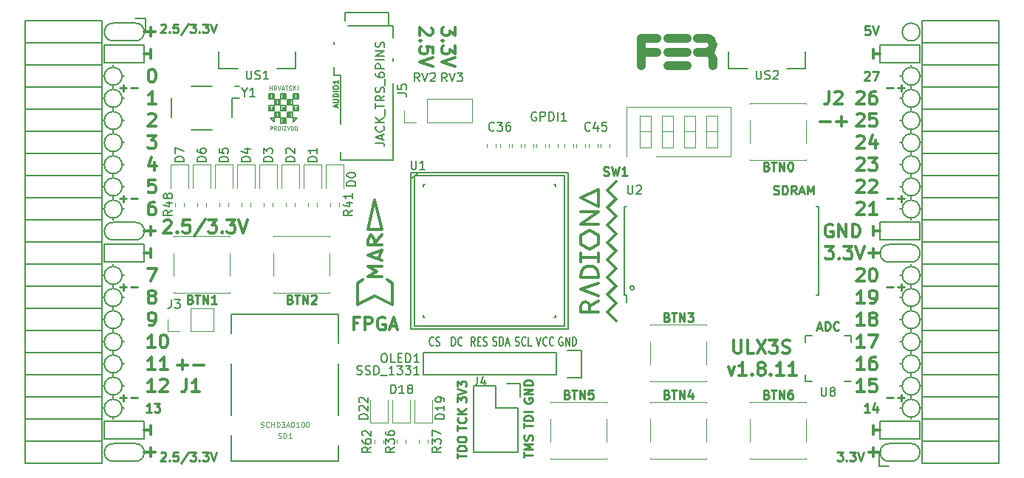
<source format=gto>
G04 #@! TF.GenerationSoftware,KiCad,Pcbnew,5.0.0-rc2+dfsg1-3*
G04 #@! TF.CreationDate,2018-06-08T21:14:18+02:00*
G04 #@! TF.ProjectId,ulx3s,756C7833732E6B696361645F70636200,rev?*
G04 #@! TF.SameCoordinates,Original*
G04 #@! TF.FileFunction,Legend,Top*
G04 #@! TF.FilePolarity,Positive*
%FSLAX46Y46*%
G04 Gerber Fmt 4.6, Leading zero omitted, Abs format (unit mm)*
G04 Created by KiCad (PCBNEW 5.0.0-rc2+dfsg1-3) date Fri Jun  8 21:14:18 2018*
%MOMM*%
%LPD*%
G01*
G04 APERTURE LIST*
%ADD10C,0.300000*%
%ADD11C,0.200000*%
%ADD12C,0.250000*%
%ADD13C,1.000000*%
%ADD14C,0.150000*%
%ADD15C,0.120000*%
%ADD16C,0.152400*%
%ADD17C,0.124460*%
%ADD18C,0.075000*%
G04 APERTURE END LIST*
D10*
X134560428Y-62144714D02*
X134560428Y-63073285D01*
X133989000Y-62573285D01*
X133989000Y-62787571D01*
X133917571Y-62930428D01*
X133846142Y-63001857D01*
X133703285Y-63073285D01*
X133346142Y-63073285D01*
X133203285Y-63001857D01*
X133131857Y-62930428D01*
X133060428Y-62787571D01*
X133060428Y-62359000D01*
X133131857Y-62216142D01*
X133203285Y-62144714D01*
X133203285Y-63716142D02*
X133131857Y-63787571D01*
X133060428Y-63716142D01*
X133131857Y-63644714D01*
X133203285Y-63716142D01*
X133060428Y-63716142D01*
X134560428Y-64287571D02*
X134560428Y-65216142D01*
X133989000Y-64716142D01*
X133989000Y-64930428D01*
X133917571Y-65073285D01*
X133846142Y-65144714D01*
X133703285Y-65216142D01*
X133346142Y-65216142D01*
X133203285Y-65144714D01*
X133131857Y-65073285D01*
X133060428Y-64930428D01*
X133060428Y-64501857D01*
X133131857Y-64359000D01*
X133203285Y-64287571D01*
X134560428Y-65644714D02*
X133060428Y-66144714D01*
X134560428Y-66644714D01*
X131877571Y-62216142D02*
X131949000Y-62287571D01*
X132020428Y-62430428D01*
X132020428Y-62787571D01*
X131949000Y-62930428D01*
X131877571Y-63001857D01*
X131734714Y-63073285D01*
X131591857Y-63073285D01*
X131377571Y-63001857D01*
X130520428Y-62144714D01*
X130520428Y-63073285D01*
X130663285Y-63716142D02*
X130591857Y-63787571D01*
X130520428Y-63716142D01*
X130591857Y-63644714D01*
X130663285Y-63716142D01*
X130520428Y-63716142D01*
X132020428Y-65144714D02*
X132020428Y-64430428D01*
X131306142Y-64359000D01*
X131377571Y-64430428D01*
X131449000Y-64573285D01*
X131449000Y-64930428D01*
X131377571Y-65073285D01*
X131306142Y-65144714D01*
X131163285Y-65216142D01*
X130806142Y-65216142D01*
X130663285Y-65144714D01*
X130591857Y-65073285D01*
X130520428Y-64930428D01*
X130520428Y-64573285D01*
X130591857Y-64430428D01*
X130663285Y-64359000D01*
X132020428Y-65644714D02*
X130520428Y-66144714D01*
X132020428Y-66644714D01*
X102760000Y-100897142D02*
X103902857Y-100897142D01*
X103331428Y-101468571D02*
X103331428Y-100325714D01*
X104617142Y-100897142D02*
X105760000Y-100897142D01*
X165878428Y-101121571D02*
X166235571Y-102121571D01*
X166592714Y-101121571D01*
X167949857Y-102121571D02*
X167092714Y-102121571D01*
X167521285Y-102121571D02*
X167521285Y-100621571D01*
X167378428Y-100835857D01*
X167235571Y-100978714D01*
X167092714Y-101050142D01*
X168592714Y-101978714D02*
X168664142Y-102050142D01*
X168592714Y-102121571D01*
X168521285Y-102050142D01*
X168592714Y-101978714D01*
X168592714Y-102121571D01*
X169521285Y-101264428D02*
X169378428Y-101193000D01*
X169307000Y-101121571D01*
X169235571Y-100978714D01*
X169235571Y-100907285D01*
X169307000Y-100764428D01*
X169378428Y-100693000D01*
X169521285Y-100621571D01*
X169807000Y-100621571D01*
X169949857Y-100693000D01*
X170021285Y-100764428D01*
X170092714Y-100907285D01*
X170092714Y-100978714D01*
X170021285Y-101121571D01*
X169949857Y-101193000D01*
X169807000Y-101264428D01*
X169521285Y-101264428D01*
X169378428Y-101335857D01*
X169307000Y-101407285D01*
X169235571Y-101550142D01*
X169235571Y-101835857D01*
X169307000Y-101978714D01*
X169378428Y-102050142D01*
X169521285Y-102121571D01*
X169807000Y-102121571D01*
X169949857Y-102050142D01*
X170021285Y-101978714D01*
X170092714Y-101835857D01*
X170092714Y-101550142D01*
X170021285Y-101407285D01*
X169949857Y-101335857D01*
X169807000Y-101264428D01*
X170735571Y-101978714D02*
X170807000Y-102050142D01*
X170735571Y-102121571D01*
X170664142Y-102050142D01*
X170735571Y-101978714D01*
X170735571Y-102121571D01*
X172235571Y-102121571D02*
X171378428Y-102121571D01*
X171807000Y-102121571D02*
X171807000Y-100621571D01*
X171664142Y-100835857D01*
X171521285Y-100978714D01*
X171378428Y-101050142D01*
X173664142Y-102121571D02*
X172807000Y-102121571D01*
X173235571Y-102121571D02*
X173235571Y-100621571D01*
X173092714Y-100835857D01*
X172949857Y-100978714D01*
X172807000Y-101050142D01*
X182492000Y-87582000D02*
X182492000Y-88598000D01*
X181984000Y-88090000D02*
X183254000Y-88090000D01*
X182492000Y-110442000D02*
X182492000Y-111458000D01*
X183254000Y-110950000D02*
X181984000Y-110950000D01*
X99688000Y-110442000D02*
X99688000Y-111458000D01*
X98926000Y-110950000D02*
X100196000Y-110950000D01*
X99688000Y-62182000D02*
X99688000Y-63198000D01*
X98926000Y-62690000D02*
X100196000Y-62690000D01*
X99688000Y-85042000D02*
X99688000Y-86058000D01*
X98926000Y-85550000D02*
X100196000Y-85550000D01*
D11*
X97910000Y-63706000D02*
G75*
G03X97910000Y-61674000I0J1016000D01*
G01*
X184270000Y-109934000D02*
G75*
G03X184270000Y-111966000I0J-1016000D01*
G01*
X95370000Y-111966000D02*
X97910000Y-111966000D01*
X95370000Y-109934000D02*
X97910000Y-109934000D01*
X97910000Y-111966000D02*
G75*
G03X97910000Y-109934000I0J1016000D01*
G01*
X95370000Y-109934000D02*
G75*
G03X95370000Y-111966000I0J-1016000D01*
G01*
X95370000Y-61674000D02*
X97910000Y-61674000D01*
X95370000Y-63706000D02*
X97910000Y-63706000D01*
X95370000Y-61674000D02*
G75*
G03X95370000Y-63706000I0J-1016000D01*
G01*
X95370000Y-84534000D02*
X97910000Y-84534000D01*
X95370000Y-86566000D02*
X97910000Y-86566000D01*
X95370000Y-84534000D02*
G75*
G03X95370000Y-86566000I0J-1016000D01*
G01*
X97910000Y-86566000D02*
G75*
G03X97910000Y-84534000I0J1016000D01*
G01*
X187826000Y-62690000D02*
G75*
G03X187826000Y-62690000I-1016000J0D01*
G01*
X184270000Y-89106000D02*
X186810000Y-89106000D01*
X184270000Y-87074000D02*
X186810000Y-87074000D01*
X184270000Y-87074000D02*
G75*
G03X184270000Y-89106000I0J-1016000D01*
G01*
X186810000Y-89106000D02*
G75*
G03X186810000Y-87074000I0J1016000D01*
G01*
X186810000Y-111966000D02*
X184270000Y-111966000D01*
X186810000Y-109934000D02*
X184270000Y-109934000D01*
X186810000Y-111966000D02*
G75*
G03X186810000Y-109934000I0J1016000D01*
G01*
X94354000Y-66246000D02*
X94354000Y-64214000D01*
X98926000Y-66246000D02*
X94354000Y-66246000D01*
X98926000Y-64214000D02*
X98926000Y-66246000D01*
X94354000Y-64214000D02*
X98926000Y-64214000D01*
X94354000Y-87074000D02*
X98926000Y-87074000D01*
X94354000Y-89106000D02*
X94354000Y-87074000D01*
X98926000Y-89106000D02*
X94354000Y-89106000D01*
X98926000Y-87074000D02*
X98926000Y-89106000D01*
X94354000Y-109426000D02*
X98926000Y-109426000D01*
X94354000Y-107394000D02*
X94354000Y-109426000D01*
X98926000Y-107394000D02*
X94354000Y-107394000D01*
X98926000Y-109426000D02*
X98926000Y-107394000D01*
X183254000Y-109426000D02*
X187826000Y-109426000D01*
X183254000Y-107394000D02*
X183254000Y-109426000D01*
X187826000Y-107394000D02*
X187826000Y-109426000D01*
X183254000Y-107394000D02*
X187826000Y-107394000D01*
X183254000Y-66246000D02*
X187826000Y-66246000D01*
X183254000Y-64214000D02*
X183254000Y-66246000D01*
X187826000Y-64214000D02*
X183254000Y-64214000D01*
X187826000Y-66246000D02*
X187826000Y-64214000D01*
X183254000Y-84534000D02*
X187826000Y-84534000D01*
X183254000Y-86566000D02*
X183254000Y-84534000D01*
X187826000Y-86566000D02*
X183254000Y-86566000D01*
X187826000Y-84534000D02*
X187826000Y-86566000D01*
D12*
X96148000Y-69111428D02*
X96909904Y-69111428D01*
X96528952Y-69492380D02*
X96528952Y-68730476D01*
X97386095Y-69111428D02*
X98148000Y-69111428D01*
X96148000Y-81811428D02*
X96909904Y-81811428D01*
X96528952Y-82192380D02*
X96528952Y-81430476D01*
X97386095Y-81811428D02*
X98148000Y-81811428D01*
X96148000Y-91971428D02*
X96909904Y-91971428D01*
X96528952Y-92352380D02*
X96528952Y-91590476D01*
X97386095Y-91971428D02*
X98148000Y-91971428D01*
X96148000Y-104671428D02*
X96909904Y-104671428D01*
X96528952Y-105052380D02*
X96528952Y-104290476D01*
X97386095Y-104671428D02*
X98148000Y-104671428D01*
X184032000Y-104671428D02*
X184793904Y-104671428D01*
X185270095Y-104671428D02*
X186032000Y-104671428D01*
X185651047Y-105052380D02*
X185651047Y-104290476D01*
X184032000Y-91971428D02*
X184793904Y-91971428D01*
X185270095Y-91971428D02*
X186032000Y-91971428D01*
X185651047Y-92352380D02*
X185651047Y-91590476D01*
X184032000Y-81811428D02*
X184793904Y-81811428D01*
X185270095Y-81811428D02*
X186032000Y-81811428D01*
X185651047Y-82192380D02*
X185651047Y-81430476D01*
X184032000Y-69111428D02*
X184793904Y-69111428D01*
X185270095Y-69111428D02*
X186032000Y-69111428D01*
X185651047Y-69492380D02*
X185651047Y-68730476D01*
D10*
X176420000Y-72957142D02*
X177562857Y-72957142D01*
X178277142Y-72957142D02*
X179420000Y-72957142D01*
X178848571Y-73528571D02*
X178848571Y-72385714D01*
D11*
X187826000Y-67770000D02*
G75*
G03X187826000Y-67770000I-1016000J0D01*
G01*
X187826000Y-70310000D02*
G75*
G03X187826000Y-70310000I-1016000J0D01*
G01*
X187826000Y-72850000D02*
G75*
G03X187826000Y-72850000I-1016000J0D01*
G01*
X187826000Y-75390000D02*
G75*
G03X187826000Y-75390000I-1016000J0D01*
G01*
X187826000Y-77930000D02*
G75*
G03X187826000Y-77930000I-1016000J0D01*
G01*
X187826000Y-80470000D02*
G75*
G03X187826000Y-80470000I-1016000J0D01*
G01*
X187826000Y-83010000D02*
G75*
G03X187826000Y-83010000I-1016000J0D01*
G01*
X187826000Y-90630000D02*
G75*
G03X187826000Y-90630000I-1016000J0D01*
G01*
X187826000Y-93170000D02*
G75*
G03X187826000Y-93170000I-1016000J0D01*
G01*
X187826000Y-95710000D02*
G75*
G03X187826000Y-95710000I-1016000J0D01*
G01*
X187826000Y-98250000D02*
G75*
G03X187826000Y-98250000I-1016000J0D01*
G01*
X187826000Y-100790000D02*
G75*
G03X187826000Y-100790000I-1016000J0D01*
G01*
X187826000Y-103330000D02*
G75*
G03X187826000Y-103330000I-1016000J0D01*
G01*
X187826000Y-105870000D02*
G75*
G03X187826000Y-105870000I-1016000J0D01*
G01*
X96386000Y-105870000D02*
G75*
G03X96386000Y-105870000I-1016000J0D01*
G01*
X96386000Y-103330000D02*
G75*
G03X96386000Y-103330000I-1016000J0D01*
G01*
X96386000Y-100790000D02*
G75*
G03X96386000Y-100790000I-1016000J0D01*
G01*
X96386000Y-98250000D02*
G75*
G03X96386000Y-98250000I-1016000J0D01*
G01*
X96386000Y-95710000D02*
G75*
G03X96386000Y-95710000I-1016000J0D01*
G01*
X96386000Y-93170000D02*
G75*
G03X96386000Y-93170000I-1016000J0D01*
G01*
X96386000Y-90630000D02*
G75*
G03X96386000Y-90630000I-1016000J0D01*
G01*
X96386000Y-83010000D02*
G75*
G03X96386000Y-83010000I-1016000J0D01*
G01*
X96386000Y-80470000D02*
G75*
G03X96386000Y-80470000I-1016000J0D01*
G01*
X96386000Y-77930000D02*
G75*
G03X96386000Y-77930000I-1016000J0D01*
G01*
X96386000Y-75390000D02*
G75*
G03X96386000Y-75390000I-1016000J0D01*
G01*
X96386000Y-72850000D02*
G75*
G03X96386000Y-72850000I-1016000J0D01*
G01*
X96386000Y-70310000D02*
G75*
G03X96386000Y-70310000I-1016000J0D01*
G01*
X96386000Y-67770000D02*
G75*
G03X96386000Y-67770000I-1016000J0D01*
G01*
D10*
X177793142Y-84800000D02*
X177650285Y-84728571D01*
X177436000Y-84728571D01*
X177221714Y-84800000D01*
X177078857Y-84942857D01*
X177007428Y-85085714D01*
X176936000Y-85371428D01*
X176936000Y-85585714D01*
X177007428Y-85871428D01*
X177078857Y-86014285D01*
X177221714Y-86157142D01*
X177436000Y-86228571D01*
X177578857Y-86228571D01*
X177793142Y-86157142D01*
X177864571Y-86085714D01*
X177864571Y-85585714D01*
X177578857Y-85585714D01*
X178507428Y-86228571D02*
X178507428Y-84728571D01*
X179364571Y-86228571D01*
X179364571Y-84728571D01*
X180078857Y-86228571D02*
X180078857Y-84728571D01*
X180436000Y-84728571D01*
X180650285Y-84800000D01*
X180793142Y-84942857D01*
X180864571Y-85085714D01*
X180936000Y-85371428D01*
X180936000Y-85585714D01*
X180864571Y-85871428D01*
X180793142Y-86014285D01*
X180650285Y-86157142D01*
X180436000Y-86228571D01*
X180078857Y-86228571D01*
X182492000Y-86058000D02*
X182492000Y-85042000D01*
X183254000Y-85550000D02*
X182492000Y-85550000D01*
X182492000Y-107902000D02*
X182492000Y-108918000D01*
X182492000Y-108410000D02*
X183254000Y-108410000D01*
D12*
X182047523Y-106322380D02*
X181476095Y-106322380D01*
X181761809Y-106322380D02*
X181761809Y-105322380D01*
X181666571Y-105465238D01*
X181571333Y-105560476D01*
X181476095Y-105608095D01*
X182904666Y-105655714D02*
X182904666Y-106322380D01*
X182666571Y-105274761D02*
X182428476Y-105989047D01*
X183047523Y-105989047D01*
X181476095Y-67317619D02*
X181523714Y-67270000D01*
X181618952Y-67222380D01*
X181857047Y-67222380D01*
X181952285Y-67270000D01*
X181999904Y-67317619D01*
X182047523Y-67412857D01*
X182047523Y-67508095D01*
X181999904Y-67650952D01*
X181428476Y-68222380D01*
X182047523Y-68222380D01*
X182380857Y-67222380D02*
X183047523Y-67222380D01*
X182618952Y-68222380D01*
D10*
X182492000Y-64722000D02*
X182492000Y-65738000D01*
X182492000Y-65230000D02*
X183254000Y-65230000D01*
X99688000Y-107902000D02*
X99688000Y-108918000D01*
X98926000Y-108410000D02*
X99688000Y-108410000D01*
X99315000Y-74568571D02*
X100243571Y-74568571D01*
X99743571Y-75140000D01*
X99957857Y-75140000D01*
X100100714Y-75211428D01*
X100172142Y-75282857D01*
X100243571Y-75425714D01*
X100243571Y-75782857D01*
X100172142Y-75925714D01*
X100100714Y-75997142D01*
X99957857Y-76068571D01*
X99529285Y-76068571D01*
X99386428Y-75997142D01*
X99315000Y-75925714D01*
X100100714Y-77608571D02*
X100100714Y-78608571D01*
X99743571Y-77037142D02*
X99386428Y-78108571D01*
X100315000Y-78108571D01*
X100172142Y-79648571D02*
X99457857Y-79648571D01*
X99386428Y-80362857D01*
X99457857Y-80291428D01*
X99600714Y-80220000D01*
X99957857Y-80220000D01*
X100100714Y-80291428D01*
X100172142Y-80362857D01*
X100243571Y-80505714D01*
X100243571Y-80862857D01*
X100172142Y-81005714D01*
X100100714Y-81077142D01*
X99957857Y-81148571D01*
X99600714Y-81148571D01*
X99457857Y-81077142D01*
X99386428Y-81005714D01*
D12*
X99751523Y-106322380D02*
X99180095Y-106322380D01*
X99465809Y-106322380D02*
X99465809Y-105322380D01*
X99370571Y-105465238D01*
X99275333Y-105560476D01*
X99180095Y-105608095D01*
X100084857Y-105322380D02*
X100703904Y-105322380D01*
X100370571Y-105703333D01*
X100513428Y-105703333D01*
X100608666Y-105750952D01*
X100656285Y-105798571D01*
X100703904Y-105893809D01*
X100703904Y-106131904D01*
X100656285Y-106227142D01*
X100608666Y-106274761D01*
X100513428Y-106322380D01*
X100227714Y-106322380D01*
X100132476Y-106274761D01*
X100084857Y-106227142D01*
D10*
X99315000Y-89808571D02*
X100315000Y-89808571D01*
X99672142Y-91308571D01*
X99688000Y-87582000D02*
X99688000Y-88598000D01*
X98926000Y-88090000D02*
X99688000Y-88090000D01*
X99688000Y-64722000D02*
X99688000Y-65738000D01*
X98926000Y-65230000D02*
X99688000Y-65230000D01*
D12*
X100817976Y-61874619D02*
X100865595Y-61827000D01*
X100960833Y-61779380D01*
X101198928Y-61779380D01*
X101294166Y-61827000D01*
X101341785Y-61874619D01*
X101389404Y-61969857D01*
X101389404Y-62065095D01*
X101341785Y-62207952D01*
X100770357Y-62779380D01*
X101389404Y-62779380D01*
X101817976Y-62684142D02*
X101865595Y-62731761D01*
X101817976Y-62779380D01*
X101770357Y-62731761D01*
X101817976Y-62684142D01*
X101817976Y-62779380D01*
X102770357Y-61779380D02*
X102294166Y-61779380D01*
X102246547Y-62255571D01*
X102294166Y-62207952D01*
X102389404Y-62160333D01*
X102627500Y-62160333D01*
X102722738Y-62207952D01*
X102770357Y-62255571D01*
X102817976Y-62350809D01*
X102817976Y-62588904D01*
X102770357Y-62684142D01*
X102722738Y-62731761D01*
X102627500Y-62779380D01*
X102389404Y-62779380D01*
X102294166Y-62731761D01*
X102246547Y-62684142D01*
X103960833Y-61731761D02*
X103103690Y-63017476D01*
X104198928Y-61779380D02*
X104817976Y-61779380D01*
X104484642Y-62160333D01*
X104627500Y-62160333D01*
X104722738Y-62207952D01*
X104770357Y-62255571D01*
X104817976Y-62350809D01*
X104817976Y-62588904D01*
X104770357Y-62684142D01*
X104722738Y-62731761D01*
X104627500Y-62779380D01*
X104341785Y-62779380D01*
X104246547Y-62731761D01*
X104198928Y-62684142D01*
X105246547Y-62684142D02*
X105294166Y-62731761D01*
X105246547Y-62779380D01*
X105198928Y-62731761D01*
X105246547Y-62684142D01*
X105246547Y-62779380D01*
X105627500Y-61779380D02*
X106246547Y-61779380D01*
X105913214Y-62160333D01*
X106056071Y-62160333D01*
X106151309Y-62207952D01*
X106198928Y-62255571D01*
X106246547Y-62350809D01*
X106246547Y-62588904D01*
X106198928Y-62684142D01*
X106151309Y-62731761D01*
X106056071Y-62779380D01*
X105770357Y-62779380D01*
X105675119Y-62731761D01*
X105627500Y-62684142D01*
X106532261Y-61779380D02*
X106865595Y-62779380D01*
X107198928Y-61779380D01*
X178360261Y-110910380D02*
X178979309Y-110910380D01*
X178645976Y-111291333D01*
X178788833Y-111291333D01*
X178884071Y-111338952D01*
X178931690Y-111386571D01*
X178979309Y-111481809D01*
X178979309Y-111719904D01*
X178931690Y-111815142D01*
X178884071Y-111862761D01*
X178788833Y-111910380D01*
X178503119Y-111910380D01*
X178407880Y-111862761D01*
X178360261Y-111815142D01*
X179407880Y-111815142D02*
X179455500Y-111862761D01*
X179407880Y-111910380D01*
X179360261Y-111862761D01*
X179407880Y-111815142D01*
X179407880Y-111910380D01*
X179788833Y-110910380D02*
X180407880Y-110910380D01*
X180074547Y-111291333D01*
X180217404Y-111291333D01*
X180312642Y-111338952D01*
X180360261Y-111386571D01*
X180407880Y-111481809D01*
X180407880Y-111719904D01*
X180360261Y-111815142D01*
X180312642Y-111862761D01*
X180217404Y-111910380D01*
X179931690Y-111910380D01*
X179836452Y-111862761D01*
X179788833Y-111815142D01*
X180693595Y-110910380D02*
X181026928Y-111910380D01*
X181360261Y-110910380D01*
D10*
X101199714Y-84381428D02*
X101271142Y-84310000D01*
X101414000Y-84238571D01*
X101771142Y-84238571D01*
X101914000Y-84310000D01*
X101985428Y-84381428D01*
X102056857Y-84524285D01*
X102056857Y-84667142D01*
X101985428Y-84881428D01*
X101128285Y-85738571D01*
X102056857Y-85738571D01*
X102699714Y-85595714D02*
X102771142Y-85667142D01*
X102699714Y-85738571D01*
X102628285Y-85667142D01*
X102699714Y-85595714D01*
X102699714Y-85738571D01*
X104128285Y-84238571D02*
X103414000Y-84238571D01*
X103342571Y-84952857D01*
X103414000Y-84881428D01*
X103556857Y-84810000D01*
X103914000Y-84810000D01*
X104056857Y-84881428D01*
X104128285Y-84952857D01*
X104199714Y-85095714D01*
X104199714Y-85452857D01*
X104128285Y-85595714D01*
X104056857Y-85667142D01*
X103914000Y-85738571D01*
X103556857Y-85738571D01*
X103414000Y-85667142D01*
X103342571Y-85595714D01*
X105914000Y-84167142D02*
X104628285Y-86095714D01*
X106271142Y-84238571D02*
X107199714Y-84238571D01*
X106699714Y-84810000D01*
X106914000Y-84810000D01*
X107056857Y-84881428D01*
X107128285Y-84952857D01*
X107199714Y-85095714D01*
X107199714Y-85452857D01*
X107128285Y-85595714D01*
X107056857Y-85667142D01*
X106914000Y-85738571D01*
X106485428Y-85738571D01*
X106342571Y-85667142D01*
X106271142Y-85595714D01*
X107842571Y-85595714D02*
X107914000Y-85667142D01*
X107842571Y-85738571D01*
X107771142Y-85667142D01*
X107842571Y-85595714D01*
X107842571Y-85738571D01*
X108414000Y-84238571D02*
X109342571Y-84238571D01*
X108842571Y-84810000D01*
X109056857Y-84810000D01*
X109199714Y-84881428D01*
X109271142Y-84952857D01*
X109342571Y-85095714D01*
X109342571Y-85452857D01*
X109271142Y-85595714D01*
X109199714Y-85667142D01*
X109056857Y-85738571D01*
X108628285Y-85738571D01*
X108485428Y-85667142D01*
X108414000Y-85595714D01*
X109771142Y-84238571D02*
X110271142Y-85738571D01*
X110771142Y-84238571D01*
D12*
X100817976Y-111023619D02*
X100865595Y-110976000D01*
X100960833Y-110928380D01*
X101198928Y-110928380D01*
X101294166Y-110976000D01*
X101341785Y-111023619D01*
X101389404Y-111118857D01*
X101389404Y-111214095D01*
X101341785Y-111356952D01*
X100770357Y-111928380D01*
X101389404Y-111928380D01*
X101817976Y-111833142D02*
X101865595Y-111880761D01*
X101817976Y-111928380D01*
X101770357Y-111880761D01*
X101817976Y-111833142D01*
X101817976Y-111928380D01*
X102770357Y-110928380D02*
X102294166Y-110928380D01*
X102246547Y-111404571D01*
X102294166Y-111356952D01*
X102389404Y-111309333D01*
X102627500Y-111309333D01*
X102722738Y-111356952D01*
X102770357Y-111404571D01*
X102817976Y-111499809D01*
X102817976Y-111737904D01*
X102770357Y-111833142D01*
X102722738Y-111880761D01*
X102627500Y-111928380D01*
X102389404Y-111928380D01*
X102294166Y-111880761D01*
X102246547Y-111833142D01*
X103960833Y-110880761D02*
X103103690Y-112166476D01*
X104198928Y-110928380D02*
X104817976Y-110928380D01*
X104484642Y-111309333D01*
X104627500Y-111309333D01*
X104722738Y-111356952D01*
X104770357Y-111404571D01*
X104817976Y-111499809D01*
X104817976Y-111737904D01*
X104770357Y-111833142D01*
X104722738Y-111880761D01*
X104627500Y-111928380D01*
X104341785Y-111928380D01*
X104246547Y-111880761D01*
X104198928Y-111833142D01*
X105246547Y-111833142D02*
X105294166Y-111880761D01*
X105246547Y-111928380D01*
X105198928Y-111880761D01*
X105246547Y-111833142D01*
X105246547Y-111928380D01*
X105627500Y-110928380D02*
X106246547Y-110928380D01*
X105913214Y-111309333D01*
X106056071Y-111309333D01*
X106151309Y-111356952D01*
X106198928Y-111404571D01*
X106246547Y-111499809D01*
X106246547Y-111737904D01*
X106198928Y-111833142D01*
X106151309Y-111880761D01*
X106056071Y-111928380D01*
X105770357Y-111928380D01*
X105675119Y-111880761D01*
X105627500Y-111833142D01*
X106532261Y-110928380D02*
X106865595Y-111928380D01*
X107198928Y-110928380D01*
X182047523Y-62015380D02*
X181571333Y-62015380D01*
X181523714Y-62491571D01*
X181571333Y-62443952D01*
X181666571Y-62396333D01*
X181904666Y-62396333D01*
X181999904Y-62443952D01*
X182047523Y-62491571D01*
X182095142Y-62586809D01*
X182095142Y-62824904D01*
X182047523Y-62920142D01*
X181999904Y-62967761D01*
X181904666Y-63015380D01*
X181666571Y-63015380D01*
X181571333Y-62967761D01*
X181523714Y-62920142D01*
X182380857Y-62015380D02*
X182714190Y-63015380D01*
X183047523Y-62015380D01*
D10*
X180587142Y-69631428D02*
X180658571Y-69560000D01*
X180801428Y-69488571D01*
X181158571Y-69488571D01*
X181301428Y-69560000D01*
X181372857Y-69631428D01*
X181444285Y-69774285D01*
X181444285Y-69917142D01*
X181372857Y-70131428D01*
X180515714Y-70988571D01*
X181444285Y-70988571D01*
X182730000Y-69488571D02*
X182444285Y-69488571D01*
X182301428Y-69560000D01*
X182230000Y-69631428D01*
X182087142Y-69845714D01*
X182015714Y-70131428D01*
X182015714Y-70702857D01*
X182087142Y-70845714D01*
X182158571Y-70917142D01*
X182301428Y-70988571D01*
X182587142Y-70988571D01*
X182730000Y-70917142D01*
X182801428Y-70845714D01*
X182872857Y-70702857D01*
X182872857Y-70345714D01*
X182801428Y-70202857D01*
X182730000Y-70131428D01*
X182587142Y-70060000D01*
X182301428Y-70060000D01*
X182158571Y-70131428D01*
X182087142Y-70202857D01*
X182015714Y-70345714D01*
X180587142Y-72171428D02*
X180658571Y-72100000D01*
X180801428Y-72028571D01*
X181158571Y-72028571D01*
X181301428Y-72100000D01*
X181372857Y-72171428D01*
X181444285Y-72314285D01*
X181444285Y-72457142D01*
X181372857Y-72671428D01*
X180515714Y-73528571D01*
X181444285Y-73528571D01*
X182801428Y-72028571D02*
X182087142Y-72028571D01*
X182015714Y-72742857D01*
X182087142Y-72671428D01*
X182230000Y-72600000D01*
X182587142Y-72600000D01*
X182730000Y-72671428D01*
X182801428Y-72742857D01*
X182872857Y-72885714D01*
X182872857Y-73242857D01*
X182801428Y-73385714D01*
X182730000Y-73457142D01*
X182587142Y-73528571D01*
X182230000Y-73528571D01*
X182087142Y-73457142D01*
X182015714Y-73385714D01*
X180587142Y-74711428D02*
X180658571Y-74640000D01*
X180801428Y-74568571D01*
X181158571Y-74568571D01*
X181301428Y-74640000D01*
X181372857Y-74711428D01*
X181444285Y-74854285D01*
X181444285Y-74997142D01*
X181372857Y-75211428D01*
X180515714Y-76068571D01*
X181444285Y-76068571D01*
X182730000Y-75068571D02*
X182730000Y-76068571D01*
X182372857Y-74497142D02*
X182015714Y-75568571D01*
X182944285Y-75568571D01*
X180587142Y-77251428D02*
X180658571Y-77180000D01*
X180801428Y-77108571D01*
X181158571Y-77108571D01*
X181301428Y-77180000D01*
X181372857Y-77251428D01*
X181444285Y-77394285D01*
X181444285Y-77537142D01*
X181372857Y-77751428D01*
X180515714Y-78608571D01*
X181444285Y-78608571D01*
X181944285Y-77108571D02*
X182872857Y-77108571D01*
X182372857Y-77680000D01*
X182587142Y-77680000D01*
X182730000Y-77751428D01*
X182801428Y-77822857D01*
X182872857Y-77965714D01*
X182872857Y-78322857D01*
X182801428Y-78465714D01*
X182730000Y-78537142D01*
X182587142Y-78608571D01*
X182158571Y-78608571D01*
X182015714Y-78537142D01*
X181944285Y-78465714D01*
X180587142Y-79791428D02*
X180658571Y-79720000D01*
X180801428Y-79648571D01*
X181158571Y-79648571D01*
X181301428Y-79720000D01*
X181372857Y-79791428D01*
X181444285Y-79934285D01*
X181444285Y-80077142D01*
X181372857Y-80291428D01*
X180515714Y-81148571D01*
X181444285Y-81148571D01*
X182015714Y-79791428D02*
X182087142Y-79720000D01*
X182230000Y-79648571D01*
X182587142Y-79648571D01*
X182730000Y-79720000D01*
X182801428Y-79791428D01*
X182872857Y-79934285D01*
X182872857Y-80077142D01*
X182801428Y-80291428D01*
X181944285Y-81148571D01*
X182872857Y-81148571D01*
X180587142Y-82331428D02*
X180658571Y-82260000D01*
X180801428Y-82188571D01*
X181158571Y-82188571D01*
X181301428Y-82260000D01*
X181372857Y-82331428D01*
X181444285Y-82474285D01*
X181444285Y-82617142D01*
X181372857Y-82831428D01*
X180515714Y-83688571D01*
X181444285Y-83688571D01*
X182872857Y-83688571D02*
X182015714Y-83688571D01*
X182444285Y-83688571D02*
X182444285Y-82188571D01*
X182301428Y-82402857D01*
X182158571Y-82545714D01*
X182015714Y-82617142D01*
X176975714Y-87268571D02*
X177904285Y-87268571D01*
X177404285Y-87840000D01*
X177618571Y-87840000D01*
X177761428Y-87911428D01*
X177832857Y-87982857D01*
X177904285Y-88125714D01*
X177904285Y-88482857D01*
X177832857Y-88625714D01*
X177761428Y-88697142D01*
X177618571Y-88768571D01*
X177190000Y-88768571D01*
X177047142Y-88697142D01*
X176975714Y-88625714D01*
X178547142Y-88625714D02*
X178618571Y-88697142D01*
X178547142Y-88768571D01*
X178475714Y-88697142D01*
X178547142Y-88625714D01*
X178547142Y-88768571D01*
X179118571Y-87268571D02*
X180047142Y-87268571D01*
X179547142Y-87840000D01*
X179761428Y-87840000D01*
X179904285Y-87911428D01*
X179975714Y-87982857D01*
X180047142Y-88125714D01*
X180047142Y-88482857D01*
X179975714Y-88625714D01*
X179904285Y-88697142D01*
X179761428Y-88768571D01*
X179332857Y-88768571D01*
X179190000Y-88697142D01*
X179118571Y-88625714D01*
X180475714Y-87268571D02*
X180975714Y-88768571D01*
X181475714Y-87268571D01*
X180587142Y-89951428D02*
X180658571Y-89880000D01*
X180801428Y-89808571D01*
X181158571Y-89808571D01*
X181301428Y-89880000D01*
X181372857Y-89951428D01*
X181444285Y-90094285D01*
X181444285Y-90237142D01*
X181372857Y-90451428D01*
X180515714Y-91308571D01*
X181444285Y-91308571D01*
X182372857Y-89808571D02*
X182515714Y-89808571D01*
X182658571Y-89880000D01*
X182730000Y-89951428D01*
X182801428Y-90094285D01*
X182872857Y-90380000D01*
X182872857Y-90737142D01*
X182801428Y-91022857D01*
X182730000Y-91165714D01*
X182658571Y-91237142D01*
X182515714Y-91308571D01*
X182372857Y-91308571D01*
X182230000Y-91237142D01*
X182158571Y-91165714D01*
X182087142Y-91022857D01*
X182015714Y-90737142D01*
X182015714Y-90380000D01*
X182087142Y-90094285D01*
X182158571Y-89951428D01*
X182230000Y-89880000D01*
X182372857Y-89808571D01*
X181444285Y-93848571D02*
X180587142Y-93848571D01*
X181015714Y-93848571D02*
X181015714Y-92348571D01*
X180872857Y-92562857D01*
X180730000Y-92705714D01*
X180587142Y-92777142D01*
X182158571Y-93848571D02*
X182444285Y-93848571D01*
X182587142Y-93777142D01*
X182658571Y-93705714D01*
X182801428Y-93491428D01*
X182872857Y-93205714D01*
X182872857Y-92634285D01*
X182801428Y-92491428D01*
X182730000Y-92420000D01*
X182587142Y-92348571D01*
X182301428Y-92348571D01*
X182158571Y-92420000D01*
X182087142Y-92491428D01*
X182015714Y-92634285D01*
X182015714Y-92991428D01*
X182087142Y-93134285D01*
X182158571Y-93205714D01*
X182301428Y-93277142D01*
X182587142Y-93277142D01*
X182730000Y-93205714D01*
X182801428Y-93134285D01*
X182872857Y-92991428D01*
X181444285Y-96388571D02*
X180587142Y-96388571D01*
X181015714Y-96388571D02*
X181015714Y-94888571D01*
X180872857Y-95102857D01*
X180730000Y-95245714D01*
X180587142Y-95317142D01*
X182301428Y-95531428D02*
X182158571Y-95460000D01*
X182087142Y-95388571D01*
X182015714Y-95245714D01*
X182015714Y-95174285D01*
X182087142Y-95031428D01*
X182158571Y-94960000D01*
X182301428Y-94888571D01*
X182587142Y-94888571D01*
X182730000Y-94960000D01*
X182801428Y-95031428D01*
X182872857Y-95174285D01*
X182872857Y-95245714D01*
X182801428Y-95388571D01*
X182730000Y-95460000D01*
X182587142Y-95531428D01*
X182301428Y-95531428D01*
X182158571Y-95602857D01*
X182087142Y-95674285D01*
X182015714Y-95817142D01*
X182015714Y-96102857D01*
X182087142Y-96245714D01*
X182158571Y-96317142D01*
X182301428Y-96388571D01*
X182587142Y-96388571D01*
X182730000Y-96317142D01*
X182801428Y-96245714D01*
X182872857Y-96102857D01*
X182872857Y-95817142D01*
X182801428Y-95674285D01*
X182730000Y-95602857D01*
X182587142Y-95531428D01*
X181444285Y-98928571D02*
X180587142Y-98928571D01*
X181015714Y-98928571D02*
X181015714Y-97428571D01*
X180872857Y-97642857D01*
X180730000Y-97785714D01*
X180587142Y-97857142D01*
X181944285Y-97428571D02*
X182944285Y-97428571D01*
X182301428Y-98928571D01*
X181444285Y-101468571D02*
X180587142Y-101468571D01*
X181015714Y-101468571D02*
X181015714Y-99968571D01*
X180872857Y-100182857D01*
X180730000Y-100325714D01*
X180587142Y-100397142D01*
X182730000Y-99968571D02*
X182444285Y-99968571D01*
X182301428Y-100040000D01*
X182230000Y-100111428D01*
X182087142Y-100325714D01*
X182015714Y-100611428D01*
X182015714Y-101182857D01*
X182087142Y-101325714D01*
X182158571Y-101397142D01*
X182301428Y-101468571D01*
X182587142Y-101468571D01*
X182730000Y-101397142D01*
X182801428Y-101325714D01*
X182872857Y-101182857D01*
X182872857Y-100825714D01*
X182801428Y-100682857D01*
X182730000Y-100611428D01*
X182587142Y-100540000D01*
X182301428Y-100540000D01*
X182158571Y-100611428D01*
X182087142Y-100682857D01*
X182015714Y-100825714D01*
X181444285Y-104008571D02*
X180587142Y-104008571D01*
X181015714Y-104008571D02*
X181015714Y-102508571D01*
X180872857Y-102722857D01*
X180730000Y-102865714D01*
X180587142Y-102937142D01*
X182801428Y-102508571D02*
X182087142Y-102508571D01*
X182015714Y-103222857D01*
X182087142Y-103151428D01*
X182230000Y-103080000D01*
X182587142Y-103080000D01*
X182730000Y-103151428D01*
X182801428Y-103222857D01*
X182872857Y-103365714D01*
X182872857Y-103722857D01*
X182801428Y-103865714D01*
X182730000Y-103937142D01*
X182587142Y-104008571D01*
X182230000Y-104008571D01*
X182087142Y-103937142D01*
X182015714Y-103865714D01*
D11*
X186810000Y-66500000D02*
X186810000Y-66754000D01*
X187826000Y-67770000D02*
X188080000Y-67770000D01*
X185540000Y-67770000D02*
X185794000Y-67770000D01*
X186810000Y-69294000D02*
X186810000Y-68786000D01*
X187826000Y-70310000D02*
X188080000Y-70310000D01*
X185540000Y-70310000D02*
X185794000Y-70310000D01*
X186810000Y-71326000D02*
X186810000Y-71834000D01*
X187826000Y-72850000D02*
X188080000Y-72850000D01*
X185540000Y-72850000D02*
X185794000Y-72850000D01*
X186810000Y-73866000D02*
X186810000Y-74374000D01*
X187826000Y-75390000D02*
X188080000Y-75390000D01*
X185540000Y-75390000D02*
X185794000Y-75390000D01*
X186810000Y-76406000D02*
X186810000Y-76914000D01*
X187826000Y-77930000D02*
X188080000Y-77930000D01*
X185540000Y-77930000D02*
X185794000Y-77930000D01*
X186810000Y-79454000D02*
X186810000Y-78946000D01*
X187826000Y-80470000D02*
X188080000Y-80470000D01*
X185540000Y-80470000D02*
X185794000Y-80470000D01*
X186810000Y-81994000D02*
X186810000Y-81486000D01*
X187826000Y-83010000D02*
X188080000Y-83010000D01*
X185540000Y-83010000D02*
X185794000Y-83010000D01*
X186810000Y-84026000D02*
X186810000Y-84280000D01*
X186810000Y-89360000D02*
X186810000Y-89614000D01*
X187826000Y-90630000D02*
X188080000Y-90630000D01*
X185540000Y-90630000D02*
X185794000Y-90630000D01*
X186810000Y-91646000D02*
X186810000Y-92154000D01*
X187826000Y-93170000D02*
X188080000Y-93170000D01*
X185540000Y-93170000D02*
X185794000Y-93170000D01*
X186810000Y-94186000D02*
X186810000Y-94694000D01*
X187826000Y-95710000D02*
X188080000Y-95710000D01*
X185540000Y-95710000D02*
X185794000Y-95710000D01*
X186810000Y-97234000D02*
X186810000Y-96726000D01*
X187826000Y-98250000D02*
X188080000Y-98250000D01*
X185540000Y-98250000D02*
X185794000Y-98250000D01*
X187826000Y-100790000D02*
X188080000Y-100790000D01*
X185540000Y-100790000D02*
X185794000Y-100790000D01*
X186810000Y-99266000D02*
X186810000Y-99774000D01*
X186810000Y-102314000D02*
X186810000Y-101806000D01*
X187826000Y-103330000D02*
X188080000Y-103330000D01*
X185540000Y-103330000D02*
X185794000Y-103330000D01*
X186810000Y-104346000D02*
X186810000Y-104854000D01*
X185540000Y-105870000D02*
X185794000Y-105870000D01*
X187826000Y-105870000D02*
X188080000Y-105870000D01*
X186810000Y-106886000D02*
X186810000Y-107140000D01*
X95370000Y-66754000D02*
X95370000Y-66500000D01*
X96386000Y-67770000D02*
X96640000Y-67770000D01*
X94100000Y-67770000D02*
X94354000Y-67770000D01*
X95370000Y-68786000D02*
X95370000Y-69294000D01*
X96386000Y-70310000D02*
X96640000Y-70310000D01*
X94100000Y-70310000D02*
X94354000Y-70310000D01*
X95370000Y-71326000D02*
X95370000Y-71834000D01*
X96386000Y-72850000D02*
X96640000Y-72850000D01*
X94100000Y-72850000D02*
X94354000Y-72850000D01*
X95370000Y-73866000D02*
X95370000Y-74374000D01*
X96386000Y-75390000D02*
X96640000Y-75390000D01*
X95370000Y-76406000D02*
X95370000Y-76914000D01*
X96386000Y-77930000D02*
X96640000Y-77930000D01*
X94100000Y-77930000D02*
X94354000Y-77930000D01*
X95370000Y-79454000D02*
X95370000Y-78946000D01*
X96386000Y-80470000D02*
X96640000Y-80470000D01*
X94100000Y-80470000D02*
X94354000Y-80470000D01*
X95370000Y-81486000D02*
X95370000Y-81994000D01*
X96386000Y-83010000D02*
X96640000Y-83010000D01*
X95370000Y-84026000D02*
X95370000Y-84280000D01*
X94100000Y-83010000D02*
X94354000Y-83010000D01*
X95370000Y-106886000D02*
X95370000Y-107140000D01*
X95370000Y-89360000D02*
X95370000Y-89614000D01*
X96386000Y-93170000D02*
X96640000Y-93170000D01*
X94100000Y-93170000D02*
X94354000Y-93170000D01*
X95370000Y-94186000D02*
X95370000Y-94694000D01*
X94100000Y-90630000D02*
X94354000Y-90630000D01*
X96386000Y-90630000D02*
X96640000Y-90630000D01*
X95370000Y-92154000D02*
X95370000Y-91646000D01*
X96386000Y-95710000D02*
X96640000Y-95710000D01*
X94100000Y-95710000D02*
X94354000Y-95710000D01*
X96386000Y-98250000D02*
X96640000Y-98250000D01*
X94354000Y-98250000D02*
X94100000Y-98250000D01*
X95370000Y-96726000D02*
X95370000Y-97234000D01*
X95370000Y-99266000D02*
X95370000Y-99774000D01*
X94100000Y-100790000D02*
X94354000Y-100790000D01*
X96386000Y-100790000D02*
X96640000Y-100790000D01*
X94100000Y-103330000D02*
X94354000Y-103330000D01*
X96386000Y-103330000D02*
X96640000Y-103330000D01*
X95370000Y-101806000D02*
X95370000Y-102314000D01*
X95370000Y-104346000D02*
X95370000Y-104854000D01*
X96386000Y-105870000D02*
X96640000Y-105870000D01*
X94100000Y-105870000D02*
X94354000Y-105870000D01*
D10*
X100164285Y-104008571D02*
X99307142Y-104008571D01*
X99735714Y-104008571D02*
X99735714Y-102508571D01*
X99592857Y-102722857D01*
X99450000Y-102865714D01*
X99307142Y-102937142D01*
X100735714Y-102651428D02*
X100807142Y-102580000D01*
X100950000Y-102508571D01*
X101307142Y-102508571D01*
X101450000Y-102580000D01*
X101521428Y-102651428D01*
X101592857Y-102794285D01*
X101592857Y-102937142D01*
X101521428Y-103151428D01*
X100664285Y-104008571D01*
X101592857Y-104008571D01*
X100164285Y-101468571D02*
X99307142Y-101468571D01*
X99735714Y-101468571D02*
X99735714Y-99968571D01*
X99592857Y-100182857D01*
X99450000Y-100325714D01*
X99307142Y-100397142D01*
X101592857Y-101468571D02*
X100735714Y-101468571D01*
X101164285Y-101468571D02*
X101164285Y-99968571D01*
X101021428Y-100182857D01*
X100878571Y-100325714D01*
X100735714Y-100397142D01*
X100164285Y-98928571D02*
X99307142Y-98928571D01*
X99735714Y-98928571D02*
X99735714Y-97428571D01*
X99592857Y-97642857D01*
X99450000Y-97785714D01*
X99307142Y-97857142D01*
X101092857Y-97428571D02*
X101235714Y-97428571D01*
X101378571Y-97500000D01*
X101450000Y-97571428D01*
X101521428Y-97714285D01*
X101592857Y-98000000D01*
X101592857Y-98357142D01*
X101521428Y-98642857D01*
X101450000Y-98785714D01*
X101378571Y-98857142D01*
X101235714Y-98928571D01*
X101092857Y-98928571D01*
X100950000Y-98857142D01*
X100878571Y-98785714D01*
X100807142Y-98642857D01*
X100735714Y-98357142D01*
X100735714Y-98000000D01*
X100807142Y-97714285D01*
X100878571Y-97571428D01*
X100950000Y-97500000D01*
X101092857Y-97428571D01*
X99529285Y-96388571D02*
X99815000Y-96388571D01*
X99957857Y-96317142D01*
X100029285Y-96245714D01*
X100172142Y-96031428D01*
X100243571Y-95745714D01*
X100243571Y-95174285D01*
X100172142Y-95031428D01*
X100100714Y-94960000D01*
X99957857Y-94888571D01*
X99672142Y-94888571D01*
X99529285Y-94960000D01*
X99457857Y-95031428D01*
X99386428Y-95174285D01*
X99386428Y-95531428D01*
X99457857Y-95674285D01*
X99529285Y-95745714D01*
X99672142Y-95817142D01*
X99957857Y-95817142D01*
X100100714Y-95745714D01*
X100172142Y-95674285D01*
X100243571Y-95531428D01*
X99672142Y-92991428D02*
X99529285Y-92920000D01*
X99457857Y-92848571D01*
X99386428Y-92705714D01*
X99386428Y-92634285D01*
X99457857Y-92491428D01*
X99529285Y-92420000D01*
X99672142Y-92348571D01*
X99957857Y-92348571D01*
X100100714Y-92420000D01*
X100172142Y-92491428D01*
X100243571Y-92634285D01*
X100243571Y-92705714D01*
X100172142Y-92848571D01*
X100100714Y-92920000D01*
X99957857Y-92991428D01*
X99672142Y-92991428D01*
X99529285Y-93062857D01*
X99457857Y-93134285D01*
X99386428Y-93277142D01*
X99386428Y-93562857D01*
X99457857Y-93705714D01*
X99529285Y-93777142D01*
X99672142Y-93848571D01*
X99957857Y-93848571D01*
X100100714Y-93777142D01*
X100172142Y-93705714D01*
X100243571Y-93562857D01*
X100243571Y-93277142D01*
X100172142Y-93134285D01*
X100100714Y-93062857D01*
X99957857Y-92991428D01*
X100100714Y-82188571D02*
X99815000Y-82188571D01*
X99672142Y-82260000D01*
X99600714Y-82331428D01*
X99457857Y-82545714D01*
X99386428Y-82831428D01*
X99386428Y-83402857D01*
X99457857Y-83545714D01*
X99529285Y-83617142D01*
X99672142Y-83688571D01*
X99957857Y-83688571D01*
X100100714Y-83617142D01*
X100172142Y-83545714D01*
X100243571Y-83402857D01*
X100243571Y-83045714D01*
X100172142Y-82902857D01*
X100100714Y-82831428D01*
X99957857Y-82760000D01*
X99672142Y-82760000D01*
X99529285Y-82831428D01*
X99457857Y-82902857D01*
X99386428Y-83045714D01*
X99386428Y-72171428D02*
X99457857Y-72100000D01*
X99600714Y-72028571D01*
X99957857Y-72028571D01*
X100100714Y-72100000D01*
X100172142Y-72171428D01*
X100243571Y-72314285D01*
X100243571Y-72457142D01*
X100172142Y-72671428D01*
X99315000Y-73528571D01*
X100243571Y-73528571D01*
X100243571Y-70988571D02*
X99386428Y-70988571D01*
X99815000Y-70988571D02*
X99815000Y-69488571D01*
X99672142Y-69702857D01*
X99529285Y-69845714D01*
X99386428Y-69917142D01*
X99743571Y-66948571D02*
X99886428Y-66948571D01*
X100029285Y-67020000D01*
X100100714Y-67091428D01*
X100172142Y-67234285D01*
X100243571Y-67520000D01*
X100243571Y-67877142D01*
X100172142Y-68162857D01*
X100100714Y-68305714D01*
X100029285Y-68377142D01*
X99886428Y-68448571D01*
X99743571Y-68448571D01*
X99600714Y-68377142D01*
X99529285Y-68305714D01*
X99457857Y-68162857D01*
X99386428Y-67877142D01*
X99386428Y-67520000D01*
X99457857Y-67234285D01*
X99529285Y-67091428D01*
X99600714Y-67020000D01*
X99743571Y-66948571D01*
X166501428Y-98081571D02*
X166501428Y-99295857D01*
X166572857Y-99438714D01*
X166644285Y-99510142D01*
X166787142Y-99581571D01*
X167072857Y-99581571D01*
X167215714Y-99510142D01*
X167287142Y-99438714D01*
X167358571Y-99295857D01*
X167358571Y-98081571D01*
X168787142Y-99581571D02*
X168072857Y-99581571D01*
X168072857Y-98081571D01*
X169144285Y-98081571D02*
X170144285Y-99581571D01*
X170144285Y-98081571D02*
X169144285Y-99581571D01*
X170572857Y-98081571D02*
X171501428Y-98081571D01*
X171001428Y-98653000D01*
X171215714Y-98653000D01*
X171358571Y-98724428D01*
X171430000Y-98795857D01*
X171501428Y-98938714D01*
X171501428Y-99295857D01*
X171430000Y-99438714D01*
X171358571Y-99510142D01*
X171215714Y-99581571D01*
X170787142Y-99581571D01*
X170644285Y-99510142D01*
X170572857Y-99438714D01*
X172072857Y-99510142D02*
X172287142Y-99581571D01*
X172644285Y-99581571D01*
X172787142Y-99510142D01*
X172858571Y-99438714D01*
X172930000Y-99295857D01*
X172930000Y-99153000D01*
X172858571Y-99010142D01*
X172787142Y-98938714D01*
X172644285Y-98867285D01*
X172358571Y-98795857D01*
X172215714Y-98724428D01*
X172144285Y-98653000D01*
X172072857Y-98510142D01*
X172072857Y-98367285D01*
X172144285Y-98224428D01*
X172215714Y-98153000D01*
X172358571Y-98081571D01*
X172715714Y-98081571D01*
X172930000Y-98153000D01*
X123413428Y-96110857D02*
X122913428Y-96110857D01*
X122913428Y-96896571D02*
X122913428Y-95396571D01*
X123627714Y-95396571D01*
X124199142Y-96896571D02*
X124199142Y-95396571D01*
X124770571Y-95396571D01*
X124913428Y-95468000D01*
X124984857Y-95539428D01*
X125056285Y-95682285D01*
X125056285Y-95896571D01*
X124984857Y-96039428D01*
X124913428Y-96110857D01*
X124770571Y-96182285D01*
X124199142Y-96182285D01*
X126484857Y-95468000D02*
X126342000Y-95396571D01*
X126127714Y-95396571D01*
X125913428Y-95468000D01*
X125770571Y-95610857D01*
X125699142Y-95753714D01*
X125627714Y-96039428D01*
X125627714Y-96253714D01*
X125699142Y-96539428D01*
X125770571Y-96682285D01*
X125913428Y-96825142D01*
X126127714Y-96896571D01*
X126270571Y-96896571D01*
X126484857Y-96825142D01*
X126556285Y-96753714D01*
X126556285Y-96253714D01*
X126270571Y-96253714D01*
X127127714Y-96468000D02*
X127842000Y-96468000D01*
X126984857Y-96896571D02*
X127484857Y-95396571D01*
X127984857Y-96896571D01*
D12*
X171077285Y-81273761D02*
X171220142Y-81321380D01*
X171458238Y-81321380D01*
X171553476Y-81273761D01*
X171601095Y-81226142D01*
X171648714Y-81130904D01*
X171648714Y-81035666D01*
X171601095Y-80940428D01*
X171553476Y-80892809D01*
X171458238Y-80845190D01*
X171267761Y-80797571D01*
X171172523Y-80749952D01*
X171124904Y-80702333D01*
X171077285Y-80607095D01*
X171077285Y-80511857D01*
X171124904Y-80416619D01*
X171172523Y-80369000D01*
X171267761Y-80321380D01*
X171505857Y-80321380D01*
X171648714Y-80369000D01*
X172077285Y-81321380D02*
X172077285Y-80321380D01*
X172315380Y-80321380D01*
X172458238Y-80369000D01*
X172553476Y-80464238D01*
X172601095Y-80559476D01*
X172648714Y-80749952D01*
X172648714Y-80892809D01*
X172601095Y-81083285D01*
X172553476Y-81178523D01*
X172458238Y-81273761D01*
X172315380Y-81321380D01*
X172077285Y-81321380D01*
X173648714Y-81321380D02*
X173315380Y-80845190D01*
X173077285Y-81321380D02*
X173077285Y-80321380D01*
X173458238Y-80321380D01*
X173553476Y-80369000D01*
X173601095Y-80416619D01*
X173648714Y-80511857D01*
X173648714Y-80654714D01*
X173601095Y-80749952D01*
X173553476Y-80797571D01*
X173458238Y-80845190D01*
X173077285Y-80845190D01*
X174029666Y-81035666D02*
X174505857Y-81035666D01*
X173934428Y-81321380D02*
X174267761Y-80321380D01*
X174601095Y-81321380D01*
X174934428Y-81321380D02*
X174934428Y-80321380D01*
X175267761Y-81035666D01*
X175601095Y-80321380D01*
X175601095Y-81321380D01*
X176061904Y-96656666D02*
X176538095Y-96656666D01*
X175966666Y-96942380D02*
X176300000Y-95942380D01*
X176633333Y-96942380D01*
X176966666Y-96942380D02*
X176966666Y-95942380D01*
X177204761Y-95942380D01*
X177347619Y-95990000D01*
X177442857Y-96085238D01*
X177490476Y-96180476D01*
X177538095Y-96370952D01*
X177538095Y-96513809D01*
X177490476Y-96704285D01*
X177442857Y-96799523D01*
X177347619Y-96894761D01*
X177204761Y-96942380D01*
X176966666Y-96942380D01*
X178538095Y-96847142D02*
X178490476Y-96894761D01*
X178347619Y-96942380D01*
X178252380Y-96942380D01*
X178109523Y-96894761D01*
X178014285Y-96799523D01*
X177966666Y-96704285D01*
X177919047Y-96513809D01*
X177919047Y-96370952D01*
X177966666Y-96180476D01*
X178014285Y-96085238D01*
X178109523Y-95990000D01*
X178252380Y-95942380D01*
X178347619Y-95942380D01*
X178490476Y-95990000D01*
X178538095Y-96037619D01*
X142447380Y-111521333D02*
X142447380Y-110949904D01*
X143447380Y-111235619D02*
X142447380Y-111235619D01*
X143447380Y-110616571D02*
X142447380Y-110616571D01*
X143161666Y-110283238D01*
X142447380Y-109949904D01*
X143447380Y-109949904D01*
X143399761Y-109521333D02*
X143447380Y-109378476D01*
X143447380Y-109140380D01*
X143399761Y-109045142D01*
X143352142Y-108997523D01*
X143256904Y-108949904D01*
X143161666Y-108949904D01*
X143066428Y-108997523D01*
X143018809Y-109045142D01*
X142971190Y-109140380D01*
X142923571Y-109330857D01*
X142875952Y-109426095D01*
X142828333Y-109473714D01*
X142733095Y-109521333D01*
X142637857Y-109521333D01*
X142542619Y-109473714D01*
X142495000Y-109426095D01*
X142447380Y-109330857D01*
X142447380Y-109092761D01*
X142495000Y-108949904D01*
X142447380Y-108163809D02*
X142447380Y-107592380D01*
X143447380Y-107878095D02*
X142447380Y-107878095D01*
X143447380Y-107259047D02*
X142447380Y-107259047D01*
X142447380Y-107020952D01*
X142495000Y-106878095D01*
X142590238Y-106782857D01*
X142685476Y-106735238D01*
X142875952Y-106687619D01*
X143018809Y-106687619D01*
X143209285Y-106735238D01*
X143304523Y-106782857D01*
X143399761Y-106878095D01*
X143447380Y-107020952D01*
X143447380Y-107259047D01*
X143447380Y-106259047D02*
X142447380Y-106259047D01*
X142495000Y-104726904D02*
X142447380Y-104822142D01*
X142447380Y-104965000D01*
X142495000Y-105107857D01*
X142590238Y-105203095D01*
X142685476Y-105250714D01*
X142875952Y-105298333D01*
X143018809Y-105298333D01*
X143209285Y-105250714D01*
X143304523Y-105203095D01*
X143399761Y-105107857D01*
X143447380Y-104965000D01*
X143447380Y-104869761D01*
X143399761Y-104726904D01*
X143352142Y-104679285D01*
X143018809Y-104679285D01*
X143018809Y-104869761D01*
X143447380Y-104250714D02*
X142447380Y-104250714D01*
X143447380Y-103679285D01*
X142447380Y-103679285D01*
X143447380Y-103203095D02*
X142447380Y-103203095D01*
X142447380Y-102965000D01*
X142495000Y-102822142D01*
X142590238Y-102726904D01*
X142685476Y-102679285D01*
X142875952Y-102631666D01*
X143018809Y-102631666D01*
X143209285Y-102679285D01*
X143304523Y-102726904D01*
X143399761Y-102822142D01*
X143447380Y-102965000D01*
X143447380Y-103203095D01*
X134827380Y-111624523D02*
X134827380Y-111053095D01*
X135827380Y-111338809D02*
X134827380Y-111338809D01*
X135827380Y-110719761D02*
X134827380Y-110719761D01*
X134827380Y-110481666D01*
X134875000Y-110338809D01*
X134970238Y-110243571D01*
X135065476Y-110195952D01*
X135255952Y-110148333D01*
X135398809Y-110148333D01*
X135589285Y-110195952D01*
X135684523Y-110243571D01*
X135779761Y-110338809D01*
X135827380Y-110481666D01*
X135827380Y-110719761D01*
X134827380Y-109529285D02*
X134827380Y-109338809D01*
X134875000Y-109243571D01*
X134970238Y-109148333D01*
X135160714Y-109100714D01*
X135494047Y-109100714D01*
X135684523Y-109148333D01*
X135779761Y-109243571D01*
X135827380Y-109338809D01*
X135827380Y-109529285D01*
X135779761Y-109624523D01*
X135684523Y-109719761D01*
X135494047Y-109767380D01*
X135160714Y-109767380D01*
X134970238Y-109719761D01*
X134875000Y-109624523D01*
X134827380Y-109529285D01*
X134827380Y-108425714D02*
X134827380Y-107854285D01*
X135827380Y-108140000D02*
X134827380Y-108140000D01*
X135732142Y-106949523D02*
X135779761Y-106997142D01*
X135827380Y-107140000D01*
X135827380Y-107235238D01*
X135779761Y-107378095D01*
X135684523Y-107473333D01*
X135589285Y-107520952D01*
X135398809Y-107568571D01*
X135255952Y-107568571D01*
X135065476Y-107520952D01*
X134970238Y-107473333D01*
X134875000Y-107378095D01*
X134827380Y-107235238D01*
X134827380Y-107140000D01*
X134875000Y-106997142D01*
X134922619Y-106949523D01*
X135827380Y-106520952D02*
X134827380Y-106520952D01*
X135827380Y-105949523D02*
X135255952Y-106378095D01*
X134827380Y-105949523D02*
X135398809Y-106520952D01*
X134827380Y-105203095D02*
X134827380Y-104584047D01*
X135208333Y-104917380D01*
X135208333Y-104774523D01*
X135255952Y-104679285D01*
X135303571Y-104631666D01*
X135398809Y-104584047D01*
X135636904Y-104584047D01*
X135732142Y-104631666D01*
X135779761Y-104679285D01*
X135827380Y-104774523D01*
X135827380Y-105060238D01*
X135779761Y-105155476D01*
X135732142Y-105203095D01*
X134827380Y-104298333D02*
X135827380Y-103965000D01*
X134827380Y-103631666D01*
X134827380Y-103393571D02*
X134827380Y-102774523D01*
X135208333Y-103107857D01*
X135208333Y-102965000D01*
X135255952Y-102869761D01*
X135303571Y-102822142D01*
X135398809Y-102774523D01*
X135636904Y-102774523D01*
X135732142Y-102822142D01*
X135779761Y-102869761D01*
X135827380Y-102965000D01*
X135827380Y-103250714D01*
X135779761Y-103345952D01*
X135732142Y-103393571D01*
D13*
G04 #@! TO.C,fer*
X164101000Y-65994000D02*
X164101000Y-66594000D01*
X164101000Y-65794000D02*
G75*
G03X163301000Y-64994000I-800000J0D01*
G01*
X163301000Y-64994000D02*
G75*
G03X163301000Y-63394000I0J800000D01*
G01*
X162301000Y-64994000D02*
X163301000Y-64994000D01*
X162301000Y-63394000D02*
X163301000Y-63394000D01*
X155901000Y-63394000D02*
X155901000Y-66594000D01*
X158901000Y-66594000D02*
X161101000Y-66594000D01*
X158901000Y-64994000D02*
X161101000Y-64994000D01*
X158901000Y-63394000D02*
X161101000Y-63394000D01*
X155901000Y-63394000D02*
X157701000Y-63394000D01*
X155901000Y-64994000D02*
X157701000Y-64994000D01*
D14*
G04 #@! TO.C,J1*
X85270000Y-112220000D02*
X94100000Y-112220000D01*
X85270000Y-109680000D02*
X85270000Y-112220000D01*
X94100000Y-109680000D02*
X94100000Y-112220000D01*
X94100000Y-112220000D02*
X85270000Y-112220000D01*
X94100000Y-109680000D02*
X85270000Y-109680000D01*
X94100000Y-107140000D02*
X94100000Y-109680000D01*
X85270000Y-107140000D02*
X85270000Y-109680000D01*
X85270000Y-109680000D02*
X94100000Y-109680000D01*
X85270000Y-91900000D02*
X94100000Y-91900000D01*
X85270000Y-89360000D02*
X85270000Y-91900000D01*
X94100000Y-89360000D02*
X94100000Y-91900000D01*
X94100000Y-91900000D02*
X85270000Y-91900000D01*
X94100000Y-94440000D02*
X85270000Y-94440000D01*
X94100000Y-91900000D02*
X94100000Y-94440000D01*
X85270000Y-91900000D02*
X85270000Y-94440000D01*
X85270000Y-94440000D02*
X94100000Y-94440000D01*
X85270000Y-107140000D02*
X94100000Y-107140000D01*
X85270000Y-104600000D02*
X85270000Y-107140000D01*
X94100000Y-104600000D02*
X94100000Y-107140000D01*
X94100000Y-107140000D02*
X85270000Y-107140000D01*
X94100000Y-104600000D02*
X85270000Y-104600000D01*
X94100000Y-102060000D02*
X94100000Y-104600000D01*
X85270000Y-102060000D02*
X85270000Y-104600000D01*
X85270000Y-104600000D02*
X94100000Y-104600000D01*
X85270000Y-102060000D02*
X94100000Y-102060000D01*
X85270000Y-99520000D02*
X85270000Y-102060000D01*
X94100000Y-99520000D02*
X94100000Y-102060000D01*
X94100000Y-102060000D02*
X85270000Y-102060000D01*
X94100000Y-99520000D02*
X85270000Y-99520000D01*
X94100000Y-96980000D02*
X94100000Y-99520000D01*
X85270000Y-96980000D02*
X85270000Y-99520000D01*
X85270000Y-99520000D02*
X94100000Y-99520000D01*
X85270000Y-96980000D02*
X94100000Y-96980000D01*
X85270000Y-94440000D02*
X85270000Y-96980000D01*
X94100000Y-94440000D02*
X94100000Y-96980000D01*
X94100000Y-96980000D02*
X85270000Y-96980000D01*
X94100000Y-79200000D02*
X85270000Y-79200000D01*
X94100000Y-76660000D02*
X94100000Y-79200000D01*
X85270000Y-76660000D02*
X85270000Y-79200000D01*
X85270000Y-79200000D02*
X94100000Y-79200000D01*
X85270000Y-81740000D02*
X94100000Y-81740000D01*
X85270000Y-79200000D02*
X85270000Y-81740000D01*
X94100000Y-79200000D02*
X94100000Y-81740000D01*
X94100000Y-81740000D02*
X85270000Y-81740000D01*
X94100000Y-84280000D02*
X85270000Y-84280000D01*
X94100000Y-81740000D02*
X94100000Y-84280000D01*
X85270000Y-81740000D02*
X85270000Y-84280000D01*
X85270000Y-84280000D02*
X94100000Y-84280000D01*
X85270000Y-86820000D02*
X94100000Y-86820000D01*
X85270000Y-84280000D02*
X85270000Y-86820000D01*
X94100000Y-84280000D02*
X94100000Y-86820000D01*
X94100000Y-86820000D02*
X85270000Y-86820000D01*
X94100000Y-89360000D02*
X85270000Y-89360000D01*
X94100000Y-86820000D02*
X94100000Y-89360000D01*
X85270000Y-86820000D02*
X85270000Y-89360000D01*
X85270000Y-89360000D02*
X94100000Y-89360000D01*
X85270000Y-76660000D02*
X94100000Y-76660000D01*
X85270000Y-74120000D02*
X85270000Y-76660000D01*
X94100000Y-74120000D02*
X94100000Y-76660000D01*
X94100000Y-76660000D02*
X85270000Y-76660000D01*
X94100000Y-74120000D02*
X85270000Y-74120000D01*
X94100000Y-71580000D02*
X94100000Y-74120000D01*
X85270000Y-71580000D02*
X85270000Y-74120000D01*
X85270000Y-74120000D02*
X94100000Y-74120000D01*
X85270000Y-71580000D02*
X94100000Y-71580000D01*
X85270000Y-69040000D02*
X85270000Y-71580000D01*
X94100000Y-69040000D02*
X94100000Y-71580000D01*
X94100000Y-71580000D02*
X85270000Y-71580000D01*
X94100000Y-69040000D02*
X85270000Y-69040000D01*
X94100000Y-66500000D02*
X94100000Y-69040000D01*
X85270000Y-66500000D02*
X85270000Y-69040000D01*
X85270000Y-69040000D02*
X94100000Y-69040000D01*
X85270000Y-66500000D02*
X94100000Y-66500000D01*
X85270000Y-63960000D02*
X85270000Y-66500000D01*
X94100000Y-63960000D02*
X94100000Y-66500000D01*
X94100000Y-66500000D02*
X85270000Y-66500000D01*
X94100000Y-63960000D02*
X85270000Y-63960000D01*
X94100000Y-61420000D02*
X94100000Y-63960000D01*
X99060000Y-62690000D02*
X99060000Y-61140000D01*
X99060000Y-61140000D02*
X97910000Y-61140000D01*
X94100000Y-61420000D02*
X85270000Y-61420000D01*
X85270000Y-61420000D02*
X85270000Y-63960000D01*
X85270000Y-63960000D02*
X94100000Y-63960000D01*
G04 #@! TO.C,J2*
X196910000Y-61420000D02*
X188080000Y-61420000D01*
X196910000Y-63960000D02*
X196910000Y-61420000D01*
X188080000Y-63960000D02*
X188080000Y-61420000D01*
X188080000Y-61420000D02*
X196910000Y-61420000D01*
X188080000Y-63960000D02*
X196910000Y-63960000D01*
X188080000Y-66500000D02*
X188080000Y-63960000D01*
X196910000Y-66500000D02*
X196910000Y-63960000D01*
X196910000Y-63960000D02*
X188080000Y-63960000D01*
X196910000Y-81740000D02*
X188080000Y-81740000D01*
X196910000Y-84280000D02*
X196910000Y-81740000D01*
X188080000Y-84280000D02*
X188080000Y-81740000D01*
X188080000Y-81740000D02*
X196910000Y-81740000D01*
X188080000Y-79200000D02*
X196910000Y-79200000D01*
X188080000Y-81740000D02*
X188080000Y-79200000D01*
X196910000Y-81740000D02*
X196910000Y-79200000D01*
X196910000Y-79200000D02*
X188080000Y-79200000D01*
X196910000Y-66500000D02*
X188080000Y-66500000D01*
X196910000Y-69040000D02*
X196910000Y-66500000D01*
X188080000Y-69040000D02*
X188080000Y-66500000D01*
X188080000Y-66500000D02*
X196910000Y-66500000D01*
X188080000Y-69040000D02*
X196910000Y-69040000D01*
X188080000Y-71580000D02*
X188080000Y-69040000D01*
X196910000Y-71580000D02*
X196910000Y-69040000D01*
X196910000Y-69040000D02*
X188080000Y-69040000D01*
X196910000Y-71580000D02*
X188080000Y-71580000D01*
X196910000Y-74120000D02*
X196910000Y-71580000D01*
X188080000Y-74120000D02*
X188080000Y-71580000D01*
X188080000Y-71580000D02*
X196910000Y-71580000D01*
X188080000Y-74120000D02*
X196910000Y-74120000D01*
X188080000Y-76660000D02*
X188080000Y-74120000D01*
X196910000Y-76660000D02*
X196910000Y-74120000D01*
X196910000Y-74120000D02*
X188080000Y-74120000D01*
X196910000Y-76660000D02*
X188080000Y-76660000D01*
X196910000Y-79200000D02*
X196910000Y-76660000D01*
X188080000Y-79200000D02*
X188080000Y-76660000D01*
X188080000Y-76660000D02*
X196910000Y-76660000D01*
X188080000Y-94440000D02*
X196910000Y-94440000D01*
X188080000Y-96980000D02*
X188080000Y-94440000D01*
X196910000Y-96980000D02*
X196910000Y-94440000D01*
X196910000Y-94440000D02*
X188080000Y-94440000D01*
X196910000Y-91900000D02*
X188080000Y-91900000D01*
X196910000Y-94440000D02*
X196910000Y-91900000D01*
X188080000Y-94440000D02*
X188080000Y-91900000D01*
X188080000Y-91900000D02*
X196910000Y-91900000D01*
X188080000Y-89360000D02*
X196910000Y-89360000D01*
X188080000Y-91900000D02*
X188080000Y-89360000D01*
X196910000Y-91900000D02*
X196910000Y-89360000D01*
X196910000Y-89360000D02*
X188080000Y-89360000D01*
X196910000Y-86820000D02*
X188080000Y-86820000D01*
X196910000Y-89360000D02*
X196910000Y-86820000D01*
X188080000Y-89360000D02*
X188080000Y-86820000D01*
X188080000Y-86820000D02*
X196910000Y-86820000D01*
X188080000Y-84280000D02*
X196910000Y-84280000D01*
X188080000Y-86820000D02*
X188080000Y-84280000D01*
X196910000Y-86820000D02*
X196910000Y-84280000D01*
X196910000Y-84280000D02*
X188080000Y-84280000D01*
X196910000Y-96980000D02*
X188080000Y-96980000D01*
X196910000Y-99520000D02*
X196910000Y-96980000D01*
X188080000Y-99520000D02*
X188080000Y-96980000D01*
X188080000Y-96980000D02*
X196910000Y-96980000D01*
X188080000Y-99520000D02*
X196910000Y-99520000D01*
X188080000Y-102060000D02*
X188080000Y-99520000D01*
X196910000Y-102060000D02*
X196910000Y-99520000D01*
X196910000Y-99520000D02*
X188080000Y-99520000D01*
X196910000Y-102060000D02*
X188080000Y-102060000D01*
X196910000Y-104600000D02*
X196910000Y-102060000D01*
X188080000Y-104600000D02*
X188080000Y-102060000D01*
X188080000Y-102060000D02*
X196910000Y-102060000D01*
X188080000Y-104600000D02*
X196910000Y-104600000D01*
X188080000Y-107140000D02*
X188080000Y-104600000D01*
X196910000Y-107140000D02*
X196910000Y-104600000D01*
X196910000Y-104600000D02*
X188080000Y-104600000D01*
X196910000Y-107140000D02*
X188080000Y-107140000D01*
X196910000Y-109680000D02*
X196910000Y-107140000D01*
X188080000Y-109680000D02*
X188080000Y-107140000D01*
X188080000Y-107140000D02*
X196910000Y-107140000D01*
X188080000Y-109680000D02*
X196910000Y-109680000D01*
X188080000Y-112220000D02*
X188080000Y-109680000D01*
X183120000Y-110950000D02*
X183120000Y-112500000D01*
X183120000Y-112500000D02*
X184270000Y-112500000D01*
X188080000Y-112220000D02*
X196910000Y-112220000D01*
X196910000Y-112220000D02*
X196910000Y-109680000D01*
X196910000Y-109680000D02*
X188080000Y-109680000D01*
G04 #@! TO.C,J4*
X141725000Y-110950000D02*
X141725000Y-105870000D01*
X142005000Y-103050000D02*
X142005000Y-104600000D01*
X139185000Y-103330000D02*
X139185000Y-105870000D01*
X139185000Y-105870000D02*
X141725000Y-105870000D01*
X141725000Y-110950000D02*
X136645000Y-110950000D01*
X136645000Y-110950000D02*
X136645000Y-105870000D01*
X142005000Y-103050000D02*
X140455000Y-103050000D01*
X136645000Y-103330000D02*
X139185000Y-103330000D01*
X136645000Y-105870000D02*
X136645000Y-103330000D01*
G04 #@! TO.C,U8*
X174660000Y-102780000D02*
X174660000Y-102030000D01*
X179910000Y-97530000D02*
X179910000Y-98280000D01*
X174660000Y-97530000D02*
X174660000Y-98280000D01*
X179910000Y-102780000D02*
X179160000Y-102780000D01*
X179910000Y-97530000D02*
X179160000Y-97530000D01*
X174660000Y-97530000D02*
X175410000Y-97530000D01*
X174660000Y-102780000D02*
X175410000Y-102780000D01*
G04 #@! TO.C,OLED1*
X146170000Y-99520000D02*
X130930000Y-99520000D01*
X130930000Y-99520000D02*
X130930000Y-102060000D01*
X130930000Y-102060000D02*
X146170000Y-102060000D01*
X148990000Y-99240000D02*
X147440000Y-99240000D01*
X146170000Y-99520000D02*
X146170000Y-102060000D01*
X147440000Y-102340000D02*
X148990000Y-102340000D01*
X148990000Y-102340000D02*
X148990000Y-99240000D01*
D15*
G04 #@! TO.C,BTN0*
X168340000Y-77350000D02*
X168340000Y-77320000D01*
X168340000Y-70890000D02*
X168340000Y-70920000D01*
X174800000Y-70890000D02*
X174800000Y-70920000D01*
X174800000Y-77320000D02*
X174800000Y-77350000D01*
X168340000Y-75420000D02*
X168340000Y-72820000D01*
X174800000Y-77350000D02*
X168340000Y-77350000D01*
X174800000Y-75420000D02*
X174800000Y-72820000D01*
X174800000Y-70890000D02*
X168340000Y-70890000D01*
G04 #@! TO.C,BTN1*
X108760000Y-86130000D02*
X108760000Y-86160000D01*
X108760000Y-92590000D02*
X108760000Y-92560000D01*
X102300000Y-92590000D02*
X102300000Y-92560000D01*
X102300000Y-86160000D02*
X102300000Y-86130000D01*
X108760000Y-88060000D02*
X108760000Y-90660000D01*
X102300000Y-86130000D02*
X108760000Y-86130000D01*
X102300000Y-88060000D02*
X102300000Y-90660000D01*
X102300000Y-92590000D02*
X108760000Y-92590000D01*
G04 #@! TO.C,BTN2*
X120190000Y-86130000D02*
X120190000Y-86160000D01*
X120190000Y-92590000D02*
X120190000Y-92560000D01*
X113730000Y-92590000D02*
X113730000Y-92560000D01*
X113730000Y-86160000D02*
X113730000Y-86130000D01*
X120190000Y-88060000D02*
X120190000Y-90660000D01*
X113730000Y-86130000D02*
X120190000Y-86130000D01*
X113730000Y-88060000D02*
X113730000Y-90660000D01*
X113730000Y-92590000D02*
X120190000Y-92590000D01*
G04 #@! TO.C,BTN3*
X163370000Y-96290000D02*
X163370000Y-96320000D01*
X163370000Y-102750000D02*
X163370000Y-102720000D01*
X156910000Y-102750000D02*
X156910000Y-102720000D01*
X156910000Y-96320000D02*
X156910000Y-96290000D01*
X163370000Y-98220000D02*
X163370000Y-100820000D01*
X156910000Y-96290000D02*
X163370000Y-96290000D01*
X156910000Y-98220000D02*
X156910000Y-100820000D01*
X156910000Y-102750000D02*
X163370000Y-102750000D01*
G04 #@! TO.C,BTN4*
X156910000Y-111640000D02*
X156910000Y-111610000D01*
X156910000Y-105180000D02*
X156910000Y-105210000D01*
X163370000Y-105180000D02*
X163370000Y-105210000D01*
X163370000Y-111610000D02*
X163370000Y-111640000D01*
X156910000Y-109710000D02*
X156910000Y-107110000D01*
X163370000Y-111640000D02*
X156910000Y-111640000D01*
X163370000Y-109710000D02*
X163370000Y-107110000D01*
X163370000Y-105180000D02*
X156910000Y-105180000D01*
G04 #@! TO.C,BTN5*
X145480000Y-111640000D02*
X145480000Y-111610000D01*
X145480000Y-105180000D02*
X145480000Y-105210000D01*
X151940000Y-105180000D02*
X151940000Y-105210000D01*
X151940000Y-111610000D02*
X151940000Y-111640000D01*
X145480000Y-109710000D02*
X145480000Y-107110000D01*
X151940000Y-111640000D02*
X145480000Y-111640000D01*
X151940000Y-109710000D02*
X151940000Y-107110000D01*
X151940000Y-105180000D02*
X145480000Y-105180000D01*
G04 #@! TO.C,BTN6*
X168340000Y-111640000D02*
X168340000Y-111610000D01*
X168340000Y-105180000D02*
X168340000Y-105210000D01*
X174800000Y-105180000D02*
X174800000Y-105210000D01*
X174800000Y-111610000D02*
X174800000Y-111640000D01*
X168340000Y-109710000D02*
X168340000Y-107110000D01*
X174800000Y-111640000D02*
X168340000Y-111640000D01*
X174800000Y-109710000D02*
X174800000Y-107110000D01*
X174800000Y-105180000D02*
X168340000Y-105180000D01*
G04 #@! TO.C,SW1*
X154160000Y-76965000D02*
X154160000Y-71275000D01*
X154160000Y-71275000D02*
X166120000Y-71275000D01*
X166120000Y-71275000D02*
X166120000Y-76965000D01*
X166120000Y-76965000D02*
X157600000Y-76965000D01*
X155695000Y-75930000D02*
X156965000Y-75930000D01*
X156965000Y-75930000D02*
X156965000Y-72310000D01*
X156965000Y-72310000D02*
X155695000Y-72310000D01*
X155695000Y-72310000D02*
X155695000Y-75930000D01*
X155695000Y-74120000D02*
X156965000Y-74120000D01*
X158235000Y-75930000D02*
X159505000Y-75930000D01*
X159505000Y-75930000D02*
X159505000Y-72310000D01*
X159505000Y-72310000D02*
X158235000Y-72310000D01*
X158235000Y-72310000D02*
X158235000Y-75930000D01*
X158235000Y-74120000D02*
X159505000Y-74120000D01*
X160775000Y-75930000D02*
X162045000Y-75930000D01*
X162045000Y-75930000D02*
X162045000Y-72310000D01*
X162045000Y-72310000D02*
X160775000Y-72310000D01*
X160775000Y-72310000D02*
X160775000Y-75930000D01*
X160775000Y-74120000D02*
X162045000Y-74120000D01*
X163315000Y-75930000D02*
X164585000Y-75930000D01*
X164585000Y-75930000D02*
X164585000Y-72310000D01*
X164585000Y-72310000D02*
X163315000Y-72310000D01*
X163315000Y-72310000D02*
X163315000Y-75930000D01*
X163315000Y-74120000D02*
X164585000Y-74120000D01*
D14*
G04 #@! TO.C,U1*
X130880000Y-80200000D02*
X131080000Y-80200000D01*
X130880000Y-80400000D02*
X130880000Y-80200000D01*
X146080000Y-80200000D02*
X146080000Y-80400000D01*
X145880000Y-80200000D02*
X146080000Y-80200000D01*
X146080000Y-95400000D02*
X146080000Y-95200000D01*
X145880000Y-95400000D02*
X146080000Y-95400000D01*
X130880000Y-95400000D02*
X131080000Y-95400000D01*
X130880000Y-95200000D02*
X130880000Y-95400000D01*
X130280000Y-78800000D02*
X129480000Y-79600000D01*
X129480000Y-96800000D02*
X129480000Y-78800000D01*
X147480000Y-96800000D02*
X129480000Y-96800000D01*
X147480000Y-78800000D02*
X147480000Y-96800000D01*
X129480000Y-78800000D02*
X147480000Y-78800000D01*
X129880000Y-96400000D02*
X129880000Y-79200000D01*
X147080000Y-96400000D02*
X129880000Y-96400000D01*
X147080000Y-79200000D02*
X147080000Y-96400000D01*
X129880000Y-79200000D02*
X147080000Y-79200000D01*
D10*
G04 #@! TO.C,radiona*
X149980000Y-94836000D02*
X149980000Y-94136000D01*
X148980000Y-94836000D02*
X148980000Y-94136000D01*
X151980000Y-80836000D02*
X152980000Y-79836000D01*
X152980000Y-81836000D02*
X151980000Y-80836000D01*
X151980000Y-82836000D02*
X152980000Y-81836000D01*
X152980000Y-83836000D02*
X151980000Y-82836000D01*
X151980000Y-84836000D02*
X152980000Y-83836000D01*
X152980000Y-85836000D02*
X151980000Y-84836000D01*
X151980000Y-86836000D02*
X152980000Y-85836000D01*
X152980000Y-87836000D02*
X151980000Y-86836000D01*
X151980000Y-88836000D02*
X152980000Y-87836000D01*
X152980000Y-89836000D02*
X151980000Y-88836000D01*
X151980000Y-90836000D02*
X152980000Y-89836000D01*
X152980000Y-91836000D02*
X151980000Y-90836000D01*
X151980000Y-92836000D02*
X152980000Y-91836000D01*
X152980000Y-93836000D02*
X151980000Y-92836000D01*
X151980000Y-94836000D02*
X152980000Y-93836000D01*
X152980000Y-95836000D02*
X151980000Y-94836000D01*
X150980000Y-90836000D02*
X150980000Y-90536000D01*
X148980000Y-90836000D02*
X148980000Y-90536000D01*
X148980000Y-89036000D02*
X148980000Y-88036000D01*
X150980000Y-89036000D02*
X150980000Y-88036000D01*
X150980000Y-83336000D02*
X148980000Y-83336000D01*
X148980000Y-84736000D02*
X150980000Y-83336000D01*
X149980000Y-94136000D02*
X150980000Y-93536000D01*
X149980000Y-85436000D02*
X150980000Y-86036000D01*
X148980000Y-86036000D02*
X149980000Y-85436000D01*
X149980000Y-87636000D02*
X148980000Y-87036000D01*
X150980000Y-87036000D02*
X149980000Y-87636000D01*
X148980000Y-86036000D02*
X148980000Y-87036000D01*
X150980000Y-87036000D02*
X150980000Y-86036000D01*
X150980000Y-80736000D02*
X150980000Y-82736000D01*
X148980000Y-81736000D02*
X150980000Y-80736000D01*
X150980000Y-82736000D02*
X148980000Y-81736000D01*
X150980000Y-84736000D02*
X148980000Y-84736000D01*
X148980000Y-88536000D02*
X150980000Y-88536000D01*
X150980000Y-90536000D02*
G75*
G03X148980000Y-90536000I-1000000J0D01*
G01*
X150980000Y-90836000D02*
X148980000Y-90836000D01*
X148980000Y-92236000D02*
X150980000Y-91536000D01*
X150980000Y-92936000D02*
X148980000Y-92236000D01*
X149980000Y-94136000D02*
G75*
G03X148980000Y-94136000I-500000J0D01*
G01*
X150980000Y-94836000D02*
X148980000Y-94836000D01*
D14*
G04 #@! TO.C,AUDIO1*
X121968000Y-60418000D02*
X121968000Y-61418000D01*
X126968000Y-60418000D02*
X121968000Y-60418000D01*
X126968000Y-62018000D02*
X126968000Y-60418000D01*
X127468000Y-62018000D02*
X122268000Y-62018000D01*
X120668000Y-64118000D02*
X120668000Y-63818000D01*
X120668000Y-67618000D02*
X120668000Y-66718000D01*
X121468000Y-67618000D02*
X120668000Y-67618000D01*
X121468000Y-73218000D02*
X121468000Y-67618000D01*
X121468000Y-77418000D02*
X121468000Y-76418000D01*
X121468000Y-77418000D02*
X127468000Y-77418000D01*
X127468000Y-68618000D02*
X127468000Y-77418000D01*
X127468000Y-65718000D02*
X127468000Y-66018000D01*
X127468000Y-62018000D02*
X127468000Y-63318000D01*
G04 #@! TO.C,SD1*
X108900000Y-95100000D02*
X108900000Y-97250000D01*
X121200000Y-95100000D02*
X108900000Y-95100000D01*
X121200000Y-98350000D02*
X121200000Y-95100000D01*
X121200000Y-106650000D02*
X121200000Y-100750000D01*
X108900000Y-100750000D02*
X108900000Y-106650000D01*
X121200000Y-111900000D02*
X121200000Y-110150000D01*
X108900000Y-111900000D02*
X121200000Y-111900000D01*
X108900000Y-109000000D02*
X108900000Y-111900000D01*
G04 #@! TO.C,Y1*
X109300000Y-68920000D02*
X109850000Y-68920000D01*
X109000000Y-72520000D02*
X109000000Y-70320000D01*
X106700000Y-68920000D02*
X104300000Y-68920000D01*
X109000000Y-70320000D02*
X109850000Y-70320000D01*
X106700000Y-73920000D02*
X104300000Y-73920000D01*
X102000000Y-70320000D02*
X102000000Y-72520000D01*
G04 #@! TO.C,U2*
X176193000Y-92880000D02*
X175993000Y-92880000D01*
X176193000Y-82720000D02*
X175993000Y-82720000D01*
X155093000Y-92050000D02*
G75*
G03X155093000Y-92050000I-250000J0D01*
G01*
X154193000Y-92880000D02*
X154193000Y-93700000D01*
X153993000Y-92880000D02*
X154193000Y-92880000D01*
X153993000Y-82720000D02*
X154193000Y-82720000D01*
X176203000Y-82720000D02*
X176203000Y-92880000D01*
X153983000Y-92880000D02*
X153983000Y-82720000D01*
D10*
G04 #@! TO.C,REF\002A\002A*
X124542000Y-89544000D02*
X126142000Y-89544000D01*
X125542000Y-90144000D02*
X124542000Y-89544000D01*
X124542000Y-90744000D02*
X125542000Y-90144000D01*
X126142000Y-90744000D02*
X124542000Y-90744000D01*
X127342000Y-91544000D02*
X126742000Y-91144000D01*
X123342000Y-91544000D02*
X123942000Y-91144000D01*
X123342000Y-93944000D02*
X123342000Y-91544000D01*
X125342000Y-81944000D02*
X124542000Y-85344000D01*
X126142000Y-85344000D02*
X125342000Y-81944000D01*
X124542000Y-85344000D02*
X126142000Y-85344000D01*
X125342000Y-86944000D02*
X126142000Y-85944000D01*
X125342000Y-86544000D02*
X125342000Y-87144000D01*
X124942000Y-85944000D02*
X125342000Y-86544000D01*
X124542000Y-86544000D02*
X124942000Y-85944000D01*
X124542000Y-87144000D02*
X124542000Y-86544000D01*
X124542000Y-87144000D02*
X126142000Y-87144000D01*
X126142000Y-87744000D02*
X125742000Y-88744000D01*
X124542000Y-88344000D02*
X126142000Y-87744000D01*
X126142000Y-88944000D02*
X124542000Y-88344000D01*
X127342000Y-93944000D02*
X127342000Y-91544000D01*
X125342000Y-92944000D02*
X127342000Y-93944000D01*
X123342000Y-93944000D02*
X125342000Y-92944000D01*
D11*
G04 #@! TO.C,HR*
X115000000Y-72653000D02*
X115000000Y-73053000D01*
X115700000Y-71953000D02*
X115700000Y-72353000D01*
X114300000Y-71953000D02*
X114300000Y-72353000D01*
X116400000Y-71253000D02*
X116400000Y-71653000D01*
X113600000Y-71253000D02*
X113600000Y-71653000D01*
X115000000Y-71253000D02*
X115000000Y-71653000D01*
X115700000Y-70553000D02*
X115700000Y-70953000D01*
X116400000Y-69853000D02*
X116400000Y-70253000D01*
X115000000Y-69853000D02*
X115000000Y-70253000D01*
X114300000Y-70553000D02*
X114300000Y-70953000D01*
X113600000Y-69853000D02*
X113600000Y-70253000D01*
X113400000Y-71653000D02*
X113400000Y-71253000D01*
X113400000Y-70253000D02*
X113400000Y-69853000D01*
X114100000Y-70953000D02*
X114100000Y-70553000D01*
X114800000Y-70253000D02*
X114800000Y-69853000D01*
X116200000Y-70253000D02*
X116200000Y-69853000D01*
X115500000Y-70953000D02*
X115500000Y-70553000D01*
X114800000Y-71653000D02*
X114800000Y-71253000D01*
X114100000Y-72353000D02*
X114100000Y-71953000D01*
X116200000Y-71653000D02*
X116200000Y-71253000D01*
X115500000Y-72353000D02*
X115500000Y-71953000D01*
X114800000Y-73053000D02*
X114800000Y-72653000D01*
X116400000Y-72553000D02*
X116000000Y-72553000D01*
X116000000Y-72953000D02*
X116400000Y-72553000D01*
X116000000Y-72553000D02*
X116000000Y-72953000D01*
X115200000Y-72553000D02*
X114600000Y-72553000D01*
X115200000Y-73153000D02*
X115200000Y-72553000D01*
X114600000Y-73153000D02*
X115200000Y-73153000D01*
X114600000Y-72553000D02*
X114600000Y-73153000D01*
X113800000Y-72953000D02*
X113400000Y-72553000D01*
X113800000Y-72553000D02*
X113800000Y-72953000D01*
X113400000Y-72553000D02*
X113800000Y-72553000D01*
X115300000Y-72453000D02*
X115300000Y-71853000D01*
X115900000Y-72453000D02*
X115300000Y-72453000D01*
X115900000Y-71853000D02*
X115900000Y-72453000D01*
X115300000Y-71853000D02*
X115900000Y-71853000D01*
X113900000Y-72453000D02*
X113900000Y-71853000D01*
X114500000Y-72453000D02*
X113900000Y-72453000D01*
X114500000Y-71853000D02*
X114500000Y-72453000D01*
X113900000Y-71853000D02*
X114500000Y-71853000D01*
X116600000Y-71153000D02*
X116000000Y-71153000D01*
X116600000Y-71753000D02*
X116600000Y-71153000D01*
X116000000Y-71753000D02*
X116600000Y-71753000D01*
X116000000Y-71153000D02*
X116000000Y-71753000D01*
X115200000Y-71153000D02*
X114600000Y-71153000D01*
X115200000Y-71753000D02*
X115200000Y-71153000D01*
X114600000Y-71753000D02*
X115200000Y-71753000D01*
X114600000Y-71153000D02*
X114600000Y-71753000D01*
X113200000Y-71753000D02*
X113200000Y-71153000D01*
X113800000Y-71753000D02*
X113200000Y-71753000D01*
X113800000Y-71153000D02*
X113800000Y-71753000D01*
X113200000Y-71153000D02*
X113800000Y-71153000D01*
X115900000Y-70453000D02*
X115300000Y-70453000D01*
X115900000Y-71053000D02*
X115900000Y-70453000D01*
X115300000Y-71053000D02*
X115900000Y-71053000D01*
X115300000Y-70453000D02*
X115300000Y-71053000D01*
X114500000Y-70453000D02*
X113900000Y-70453000D01*
X114500000Y-71053000D02*
X114500000Y-70453000D01*
X113900000Y-71053000D02*
X114500000Y-71053000D01*
X113900000Y-70453000D02*
X113900000Y-71053000D01*
X116600000Y-69753000D02*
X116000000Y-69753000D01*
X116600000Y-70353000D02*
X116600000Y-69753000D01*
X116000000Y-70353000D02*
X116600000Y-70353000D01*
X116000000Y-69753000D02*
X116000000Y-70353000D01*
X114600000Y-70353000D02*
X114600000Y-69753000D01*
X115200000Y-70353000D02*
X114600000Y-70353000D01*
X115200000Y-69753000D02*
X115200000Y-70353000D01*
X114600000Y-69753000D02*
X115200000Y-69753000D01*
X113200000Y-70353000D02*
X113200000Y-69753000D01*
X113800000Y-70353000D02*
X113200000Y-70353000D01*
X113800000Y-69753000D02*
X113800000Y-70353000D01*
X113200000Y-69753000D02*
X113800000Y-69753000D01*
D15*
G04 #@! TO.C,C36*
X149851000Y-75991000D02*
X149851000Y-75551000D01*
X150871000Y-75991000D02*
X150871000Y-75551000D01*
G04 #@! TO.C,C37*
X152268000Y-75991000D02*
X152268000Y-75551000D01*
X151248000Y-75991000D02*
X151248000Y-75551000D01*
G04 #@! TO.C,C38*
X140711000Y-75991000D02*
X140711000Y-75551000D01*
X139691000Y-75991000D02*
X139691000Y-75551000D01*
G04 #@! TO.C,C39*
X142485000Y-75991000D02*
X142485000Y-75551000D01*
X143505000Y-75991000D02*
X143505000Y-75551000D01*
G04 #@! TO.C,C40*
X145279000Y-75991000D02*
X145279000Y-75551000D01*
X146299000Y-75991000D02*
X146299000Y-75551000D01*
G04 #@! TO.C,C41*
X149474000Y-75991000D02*
X149474000Y-75551000D01*
X148454000Y-75991000D02*
X148454000Y-75551000D01*
G04 #@! TO.C,C42*
X138232800Y-75983600D02*
X138232800Y-75543600D01*
X139252800Y-75983600D02*
X139252800Y-75543600D01*
G04 #@! TO.C,C43*
X142108000Y-75991000D02*
X142108000Y-75551000D01*
X141088000Y-75991000D02*
X141088000Y-75551000D01*
G04 #@! TO.C,C44*
X144902000Y-75991000D02*
X144902000Y-75551000D01*
X143882000Y-75991000D02*
X143882000Y-75551000D01*
G04 #@! TO.C,C45*
X147057000Y-75979000D02*
X147057000Y-75539000D01*
X148077000Y-75979000D02*
X148077000Y-75539000D01*
G04 #@! TO.C,D19*
X129920000Y-104870000D02*
X129920000Y-107570000D01*
X129920000Y-107570000D02*
X131940000Y-107570000D01*
X131940000Y-107570000D02*
X131940000Y-104870000D01*
G04 #@! TO.C,D0*
X121780000Y-80599000D02*
X121780000Y-77899000D01*
X121780000Y-77899000D02*
X119760000Y-77899000D01*
X119760000Y-77899000D02*
X119760000Y-80599000D01*
G04 #@! TO.C,D1*
X117220000Y-77899000D02*
X117220000Y-80599000D01*
X119240000Y-77899000D02*
X117220000Y-77899000D01*
X119240000Y-80599000D02*
X119240000Y-77899000D01*
G04 #@! TO.C,D2*
X116700000Y-80599000D02*
X116700000Y-77899000D01*
X116700000Y-77899000D02*
X114680000Y-77899000D01*
X114680000Y-77899000D02*
X114680000Y-80599000D01*
G04 #@! TO.C,D3*
X114160000Y-80599000D02*
X114160000Y-77899000D01*
X114160000Y-77899000D02*
X112140000Y-77899000D01*
X112140000Y-77899000D02*
X112140000Y-80599000D01*
G04 #@! TO.C,D4*
X109600000Y-77899000D02*
X109600000Y-80599000D01*
X111620000Y-77899000D02*
X109600000Y-77899000D01*
X111620000Y-80599000D02*
X111620000Y-77899000D01*
G04 #@! TO.C,D5*
X107060000Y-77899000D02*
X107060000Y-80599000D01*
X109080000Y-77899000D02*
X107060000Y-77899000D01*
X109080000Y-80599000D02*
X109080000Y-77899000D01*
G04 #@! TO.C,D6*
X106555000Y-80599000D02*
X106555000Y-77899000D01*
X106555000Y-77899000D02*
X104535000Y-77899000D01*
X104535000Y-77899000D02*
X104535000Y-80599000D01*
G04 #@! TO.C,D7*
X101980000Y-77899000D02*
X101980000Y-80599000D01*
X104000000Y-77899000D02*
X101980000Y-77899000D01*
X104000000Y-80599000D02*
X104000000Y-77899000D01*
G04 #@! TO.C,D18*
X127380000Y-104870000D02*
X127380000Y-107570000D01*
X127380000Y-107570000D02*
X129400000Y-107570000D01*
X129400000Y-107570000D02*
X129400000Y-104870000D01*
G04 #@! TO.C,D22*
X126860000Y-107570000D02*
X126860000Y-104870000D01*
X124840000Y-107570000D02*
X126860000Y-107570000D01*
X124840000Y-104870000D02*
X124840000Y-107570000D01*
G04 #@! TO.C,R41*
X120260000Y-82722000D02*
X120260000Y-82282000D01*
X121280000Y-82722000D02*
X121280000Y-82282000D01*
G04 #@! TO.C,R42*
X118740000Y-82722000D02*
X118740000Y-82282000D01*
X117720000Y-82722000D02*
X117720000Y-82282000D01*
G04 #@! TO.C,R43*
X115180000Y-82722000D02*
X115180000Y-82282000D01*
X116200000Y-82722000D02*
X116200000Y-82282000D01*
G04 #@! TO.C,R44*
X113660000Y-82722000D02*
X113660000Y-82282000D01*
X112640000Y-82722000D02*
X112640000Y-82282000D01*
G04 #@! TO.C,R45*
X111120000Y-82722000D02*
X111120000Y-82282000D01*
X110100000Y-82722000D02*
X110100000Y-82282000D01*
G04 #@! TO.C,R46*
X107560000Y-82722000D02*
X107560000Y-82282000D01*
X108580000Y-82722000D02*
X108580000Y-82282000D01*
G04 #@! TO.C,R47*
X106040000Y-82722000D02*
X106040000Y-82282000D01*
X105020000Y-82722000D02*
X105020000Y-82282000D01*
G04 #@! TO.C,R48*
X102480000Y-82722000D02*
X102480000Y-82282000D01*
X103500000Y-82722000D02*
X103500000Y-82282000D01*
G04 #@! TO.C,R36*
X127880000Y-109460000D02*
X127880000Y-109900000D01*
X128900000Y-109460000D02*
X128900000Y-109900000D01*
G04 #@! TO.C,R37*
X130420000Y-109900000D02*
X130420000Y-109460000D01*
X131440000Y-109900000D02*
X131440000Y-109460000D01*
G04 #@! TO.C,R62*
X126360000Y-109460000D02*
X126360000Y-109900000D01*
X125340000Y-109460000D02*
X125340000Y-109900000D01*
G04 #@! TO.C,J3*
X106860000Y-97040000D02*
X106860000Y-94380000D01*
X104260000Y-97040000D02*
X106860000Y-97040000D01*
X104260000Y-94380000D02*
X106860000Y-94380000D01*
X104260000Y-97040000D02*
X104260000Y-94380000D01*
X102990000Y-97040000D02*
X101660000Y-97040000D01*
X101660000Y-97040000D02*
X101660000Y-95710000D01*
G04 #@! TO.C,J5*
X136466000Y-73055000D02*
X136466000Y-70395000D01*
X131326000Y-73055000D02*
X136466000Y-73055000D01*
X131326000Y-70395000D02*
X136466000Y-70395000D01*
X131326000Y-73055000D02*
X131326000Y-70395000D01*
X130056000Y-73055000D02*
X128726000Y-73055000D01*
X128726000Y-73055000D02*
X128726000Y-71725000D01*
D14*
G04 #@! TO.C,US1*
X107480000Y-66925000D02*
X107480000Y-64975000D01*
X109630000Y-66925000D02*
X107480000Y-66925000D01*
X116280000Y-66925000D02*
X114130000Y-66925000D01*
X116280000Y-64925000D02*
X116280000Y-66925000D01*
G04 #@! TO.C,US2*
X174700000Y-64925000D02*
X174700000Y-66925000D01*
X174700000Y-66925000D02*
X172550000Y-66925000D01*
X168050000Y-66925000D02*
X165900000Y-66925000D01*
X165900000Y-66925000D02*
X165900000Y-64975000D01*
G04 #@! TO.C,J1*
D10*
X103760000Y-102508571D02*
X103760000Y-103580000D01*
X103688571Y-103794285D01*
X103545714Y-103937142D01*
X103331428Y-104008571D01*
X103188571Y-104008571D01*
X105260000Y-104008571D02*
X104402857Y-104008571D01*
X104831428Y-104008571D02*
X104831428Y-102508571D01*
X104688571Y-102722857D01*
X104545714Y-102865714D01*
X104402857Y-102937142D01*
G04 #@! TO.C,J2*
X177420000Y-69488571D02*
X177420000Y-70560000D01*
X177348571Y-70774285D01*
X177205714Y-70917142D01*
X176991428Y-70988571D01*
X176848571Y-70988571D01*
X178062857Y-69631428D02*
X178134285Y-69560000D01*
X178277142Y-69488571D01*
X178634285Y-69488571D01*
X178777142Y-69560000D01*
X178848571Y-69631428D01*
X178920000Y-69774285D01*
X178920000Y-69917142D01*
X178848571Y-70131428D01*
X177991428Y-70988571D01*
X178920000Y-70988571D01*
G04 #@! TO.C,J4*
D14*
X137073666Y-102274380D02*
X137073666Y-102988666D01*
X137026047Y-103131523D01*
X136930809Y-103226761D01*
X136787952Y-103274380D01*
X136692714Y-103274380D01*
X137978428Y-102607714D02*
X137978428Y-103274380D01*
X137740333Y-102226761D02*
X137502238Y-102941047D01*
X138121285Y-102941047D01*
G04 #@! TO.C,U8*
X176523095Y-103482380D02*
X176523095Y-104291904D01*
X176570714Y-104387142D01*
X176618333Y-104434761D01*
X176713571Y-104482380D01*
X176904047Y-104482380D01*
X176999285Y-104434761D01*
X177046904Y-104387142D01*
X177094523Y-104291904D01*
X177094523Y-103482380D01*
X177713571Y-103910952D02*
X177618333Y-103863333D01*
X177570714Y-103815714D01*
X177523095Y-103720476D01*
X177523095Y-103672857D01*
X177570714Y-103577619D01*
X177618333Y-103530000D01*
X177713571Y-103482380D01*
X177904047Y-103482380D01*
X177999285Y-103530000D01*
X178046904Y-103577619D01*
X178094523Y-103672857D01*
X178094523Y-103720476D01*
X178046904Y-103815714D01*
X177999285Y-103863333D01*
X177904047Y-103910952D01*
X177713571Y-103910952D01*
X177618333Y-103958571D01*
X177570714Y-104006190D01*
X177523095Y-104101428D01*
X177523095Y-104291904D01*
X177570714Y-104387142D01*
X177618333Y-104434761D01*
X177713571Y-104482380D01*
X177904047Y-104482380D01*
X177999285Y-104434761D01*
X178046904Y-104387142D01*
X178094523Y-104291904D01*
X178094523Y-104101428D01*
X178046904Y-104006190D01*
X177999285Y-103958571D01*
X177904047Y-103910952D01*
G04 #@! TO.C,OLED1*
X126334428Y-99607380D02*
X126524904Y-99607380D01*
X126620142Y-99655000D01*
X126715380Y-99750238D01*
X126763000Y-99940714D01*
X126763000Y-100274047D01*
X126715380Y-100464523D01*
X126620142Y-100559761D01*
X126524904Y-100607380D01*
X126334428Y-100607380D01*
X126239190Y-100559761D01*
X126143952Y-100464523D01*
X126096333Y-100274047D01*
X126096333Y-99940714D01*
X126143952Y-99750238D01*
X126239190Y-99655000D01*
X126334428Y-99607380D01*
X127667761Y-100607380D02*
X127191571Y-100607380D01*
X127191571Y-99607380D01*
X128001095Y-100083571D02*
X128334428Y-100083571D01*
X128477285Y-100607380D02*
X128001095Y-100607380D01*
X128001095Y-99607380D01*
X128477285Y-99607380D01*
X128905857Y-100607380D02*
X128905857Y-99607380D01*
X129143952Y-99607380D01*
X129286809Y-99655000D01*
X129382047Y-99750238D01*
X129429666Y-99845476D01*
X129477285Y-100035952D01*
X129477285Y-100178809D01*
X129429666Y-100369285D01*
X129382047Y-100464523D01*
X129286809Y-100559761D01*
X129143952Y-100607380D01*
X128905857Y-100607380D01*
X130429666Y-100607380D02*
X129858238Y-100607380D01*
X130143952Y-100607380D02*
X130143952Y-99607380D01*
X130048714Y-99750238D01*
X129953476Y-99845476D01*
X129858238Y-99893095D01*
X123318380Y-101956761D02*
X123461238Y-102004380D01*
X123699333Y-102004380D01*
X123794571Y-101956761D01*
X123842190Y-101909142D01*
X123889809Y-101813904D01*
X123889809Y-101718666D01*
X123842190Y-101623428D01*
X123794571Y-101575809D01*
X123699333Y-101528190D01*
X123508857Y-101480571D01*
X123413619Y-101432952D01*
X123366000Y-101385333D01*
X123318380Y-101290095D01*
X123318380Y-101194857D01*
X123366000Y-101099619D01*
X123413619Y-101052000D01*
X123508857Y-101004380D01*
X123746952Y-101004380D01*
X123889809Y-101052000D01*
X124270761Y-101956761D02*
X124413619Y-102004380D01*
X124651714Y-102004380D01*
X124746952Y-101956761D01*
X124794571Y-101909142D01*
X124842190Y-101813904D01*
X124842190Y-101718666D01*
X124794571Y-101623428D01*
X124746952Y-101575809D01*
X124651714Y-101528190D01*
X124461238Y-101480571D01*
X124366000Y-101432952D01*
X124318380Y-101385333D01*
X124270761Y-101290095D01*
X124270761Y-101194857D01*
X124318380Y-101099619D01*
X124366000Y-101052000D01*
X124461238Y-101004380D01*
X124699333Y-101004380D01*
X124842190Y-101052000D01*
X125270761Y-102004380D02*
X125270761Y-101004380D01*
X125508857Y-101004380D01*
X125651714Y-101052000D01*
X125746952Y-101147238D01*
X125794571Y-101242476D01*
X125842190Y-101432952D01*
X125842190Y-101575809D01*
X125794571Y-101766285D01*
X125746952Y-101861523D01*
X125651714Y-101956761D01*
X125508857Y-102004380D01*
X125270761Y-102004380D01*
X126032666Y-102099619D02*
X126794571Y-102099619D01*
X127556476Y-102004380D02*
X126985047Y-102004380D01*
X127270761Y-102004380D02*
X127270761Y-101004380D01*
X127175523Y-101147238D01*
X127080285Y-101242476D01*
X126985047Y-101290095D01*
X127889809Y-101004380D02*
X128508857Y-101004380D01*
X128175523Y-101385333D01*
X128318380Y-101385333D01*
X128413619Y-101432952D01*
X128461238Y-101480571D01*
X128508857Y-101575809D01*
X128508857Y-101813904D01*
X128461238Y-101909142D01*
X128413619Y-101956761D01*
X128318380Y-102004380D01*
X128032666Y-102004380D01*
X127937428Y-101956761D01*
X127889809Y-101909142D01*
X128842190Y-101004380D02*
X129461238Y-101004380D01*
X129127904Y-101385333D01*
X129270761Y-101385333D01*
X129366000Y-101432952D01*
X129413619Y-101480571D01*
X129461238Y-101575809D01*
X129461238Y-101813904D01*
X129413619Y-101909142D01*
X129366000Y-101956761D01*
X129270761Y-102004380D01*
X128985047Y-102004380D01*
X128889809Y-101956761D01*
X128842190Y-101909142D01*
X130413619Y-102004380D02*
X129842190Y-102004380D01*
X130127904Y-102004380D02*
X130127904Y-101004380D01*
X130032666Y-101147238D01*
X129937428Y-101242476D01*
X129842190Y-101290095D01*
X132075000Y-98607142D02*
X132039285Y-98654761D01*
X131932142Y-98702380D01*
X131860714Y-98702380D01*
X131753571Y-98654761D01*
X131682142Y-98559523D01*
X131646428Y-98464285D01*
X131610714Y-98273809D01*
X131610714Y-98130952D01*
X131646428Y-97940476D01*
X131682142Y-97845238D01*
X131753571Y-97750000D01*
X131860714Y-97702380D01*
X131932142Y-97702380D01*
X132039285Y-97750000D01*
X132075000Y-97797619D01*
X132360714Y-98654761D02*
X132467857Y-98702380D01*
X132646428Y-98702380D01*
X132717857Y-98654761D01*
X132753571Y-98607142D01*
X132789285Y-98511904D01*
X132789285Y-98416666D01*
X132753571Y-98321428D01*
X132717857Y-98273809D01*
X132646428Y-98226190D01*
X132503571Y-98178571D01*
X132432142Y-98130952D01*
X132396428Y-98083333D01*
X132360714Y-97988095D01*
X132360714Y-97892857D01*
X132396428Y-97797619D01*
X132432142Y-97750000D01*
X132503571Y-97702380D01*
X132682142Y-97702380D01*
X132789285Y-97750000D01*
X134168571Y-98702380D02*
X134168571Y-97702380D01*
X134347142Y-97702380D01*
X134454285Y-97750000D01*
X134525714Y-97845238D01*
X134561428Y-97940476D01*
X134597142Y-98130952D01*
X134597142Y-98273809D01*
X134561428Y-98464285D01*
X134525714Y-98559523D01*
X134454285Y-98654761D01*
X134347142Y-98702380D01*
X134168571Y-98702380D01*
X135347142Y-98607142D02*
X135311428Y-98654761D01*
X135204285Y-98702380D01*
X135132857Y-98702380D01*
X135025714Y-98654761D01*
X134954285Y-98559523D01*
X134918571Y-98464285D01*
X134882857Y-98273809D01*
X134882857Y-98130952D01*
X134918571Y-97940476D01*
X134954285Y-97845238D01*
X135025714Y-97750000D01*
X135132857Y-97702380D01*
X135204285Y-97702380D01*
X135311428Y-97750000D01*
X135347142Y-97797619D01*
X136815714Y-98702380D02*
X136565714Y-98226190D01*
X136387142Y-98702380D02*
X136387142Y-97702380D01*
X136672857Y-97702380D01*
X136744285Y-97750000D01*
X136780000Y-97797619D01*
X136815714Y-97892857D01*
X136815714Y-98035714D01*
X136780000Y-98130952D01*
X136744285Y-98178571D01*
X136672857Y-98226190D01*
X136387142Y-98226190D01*
X137137142Y-98178571D02*
X137387142Y-98178571D01*
X137494285Y-98702380D02*
X137137142Y-98702380D01*
X137137142Y-97702380D01*
X137494285Y-97702380D01*
X137780000Y-98654761D02*
X137887142Y-98702380D01*
X138065714Y-98702380D01*
X138137142Y-98654761D01*
X138172857Y-98607142D01*
X138208571Y-98511904D01*
X138208571Y-98416666D01*
X138172857Y-98321428D01*
X138137142Y-98273809D01*
X138065714Y-98226190D01*
X137922857Y-98178571D01*
X137851428Y-98130952D01*
X137815714Y-98083333D01*
X137780000Y-97988095D01*
X137780000Y-97892857D01*
X137815714Y-97797619D01*
X137851428Y-97750000D01*
X137922857Y-97702380D01*
X138101428Y-97702380D01*
X138208571Y-97750000D01*
X138909285Y-98654761D02*
X139016428Y-98702380D01*
X139195000Y-98702380D01*
X139266428Y-98654761D01*
X139302142Y-98607142D01*
X139337857Y-98511904D01*
X139337857Y-98416666D01*
X139302142Y-98321428D01*
X139266428Y-98273809D01*
X139195000Y-98226190D01*
X139052142Y-98178571D01*
X138980714Y-98130952D01*
X138945000Y-98083333D01*
X138909285Y-97988095D01*
X138909285Y-97892857D01*
X138945000Y-97797619D01*
X138980714Y-97750000D01*
X139052142Y-97702380D01*
X139230714Y-97702380D01*
X139337857Y-97750000D01*
X139659285Y-98702380D02*
X139659285Y-97702380D01*
X139837857Y-97702380D01*
X139945000Y-97750000D01*
X140016428Y-97845238D01*
X140052142Y-97940476D01*
X140087857Y-98130952D01*
X140087857Y-98273809D01*
X140052142Y-98464285D01*
X140016428Y-98559523D01*
X139945000Y-98654761D01*
X139837857Y-98702380D01*
X139659285Y-98702380D01*
X140373571Y-98416666D02*
X140730714Y-98416666D01*
X140302142Y-98702380D02*
X140552142Y-97702380D01*
X140802142Y-98702380D01*
X141467142Y-98654761D02*
X141574285Y-98702380D01*
X141752857Y-98702380D01*
X141824285Y-98654761D01*
X141860000Y-98607142D01*
X141895714Y-98511904D01*
X141895714Y-98416666D01*
X141860000Y-98321428D01*
X141824285Y-98273809D01*
X141752857Y-98226190D01*
X141610000Y-98178571D01*
X141538571Y-98130952D01*
X141502857Y-98083333D01*
X141467142Y-97988095D01*
X141467142Y-97892857D01*
X141502857Y-97797619D01*
X141538571Y-97750000D01*
X141610000Y-97702380D01*
X141788571Y-97702380D01*
X141895714Y-97750000D01*
X142645714Y-98607142D02*
X142610000Y-98654761D01*
X142502857Y-98702380D01*
X142431428Y-98702380D01*
X142324285Y-98654761D01*
X142252857Y-98559523D01*
X142217142Y-98464285D01*
X142181428Y-98273809D01*
X142181428Y-98130952D01*
X142217142Y-97940476D01*
X142252857Y-97845238D01*
X142324285Y-97750000D01*
X142431428Y-97702380D01*
X142502857Y-97702380D01*
X142610000Y-97750000D01*
X142645714Y-97797619D01*
X143324285Y-98702380D02*
X142967142Y-98702380D01*
X142967142Y-97702380D01*
X143900000Y-97702380D02*
X144150000Y-98702380D01*
X144400000Y-97702380D01*
X145078571Y-98607142D02*
X145042857Y-98654761D01*
X144935714Y-98702380D01*
X144864285Y-98702380D01*
X144757142Y-98654761D01*
X144685714Y-98559523D01*
X144650000Y-98464285D01*
X144614285Y-98273809D01*
X144614285Y-98130952D01*
X144650000Y-97940476D01*
X144685714Y-97845238D01*
X144757142Y-97750000D01*
X144864285Y-97702380D01*
X144935714Y-97702380D01*
X145042857Y-97750000D01*
X145078571Y-97797619D01*
X145828571Y-98607142D02*
X145792857Y-98654761D01*
X145685714Y-98702380D01*
X145614285Y-98702380D01*
X145507142Y-98654761D01*
X145435714Y-98559523D01*
X145400000Y-98464285D01*
X145364285Y-98273809D01*
X145364285Y-98130952D01*
X145400000Y-97940476D01*
X145435714Y-97845238D01*
X145507142Y-97750000D01*
X145614285Y-97702380D01*
X145685714Y-97702380D01*
X145792857Y-97750000D01*
X145828571Y-97797619D01*
X146868571Y-97750000D02*
X146797142Y-97702380D01*
X146690000Y-97702380D01*
X146582857Y-97750000D01*
X146511428Y-97845238D01*
X146475714Y-97940476D01*
X146440000Y-98130952D01*
X146440000Y-98273809D01*
X146475714Y-98464285D01*
X146511428Y-98559523D01*
X146582857Y-98654761D01*
X146690000Y-98702380D01*
X146761428Y-98702380D01*
X146868571Y-98654761D01*
X146904285Y-98607142D01*
X146904285Y-98273809D01*
X146761428Y-98273809D01*
X147225714Y-98702380D02*
X147225714Y-97702380D01*
X147654285Y-98702380D01*
X147654285Y-97702380D01*
X148011428Y-98702380D02*
X148011428Y-97702380D01*
X148190000Y-97702380D01*
X148297142Y-97750000D01*
X148368571Y-97845238D01*
X148404285Y-97940476D01*
X148440000Y-98130952D01*
X148440000Y-98273809D01*
X148404285Y-98464285D01*
X148368571Y-98559523D01*
X148297142Y-98654761D01*
X148190000Y-98702380D01*
X148011428Y-98702380D01*
G04 #@! TO.C,BTN0*
D12*
X170260476Y-78098571D02*
X170403333Y-78146190D01*
X170450952Y-78193809D01*
X170498571Y-78289047D01*
X170498571Y-78431904D01*
X170450952Y-78527142D01*
X170403333Y-78574761D01*
X170308095Y-78622380D01*
X169927142Y-78622380D01*
X169927142Y-77622380D01*
X170260476Y-77622380D01*
X170355714Y-77670000D01*
X170403333Y-77717619D01*
X170450952Y-77812857D01*
X170450952Y-77908095D01*
X170403333Y-78003333D01*
X170355714Y-78050952D01*
X170260476Y-78098571D01*
X169927142Y-78098571D01*
X170784285Y-77622380D02*
X171355714Y-77622380D01*
X171070000Y-78622380D02*
X171070000Y-77622380D01*
X171689047Y-78622380D02*
X171689047Y-77622380D01*
X172260476Y-78622380D01*
X172260476Y-77622380D01*
X172927142Y-77622380D02*
X173022380Y-77622380D01*
X173117619Y-77670000D01*
X173165238Y-77717619D01*
X173212857Y-77812857D01*
X173260476Y-78003333D01*
X173260476Y-78241428D01*
X173212857Y-78431904D01*
X173165238Y-78527142D01*
X173117619Y-78574761D01*
X173022380Y-78622380D01*
X172927142Y-78622380D01*
X172831904Y-78574761D01*
X172784285Y-78527142D01*
X172736666Y-78431904D01*
X172689047Y-78241428D01*
X172689047Y-78003333D01*
X172736666Y-77812857D01*
X172784285Y-77717619D01*
X172831904Y-77670000D01*
X172927142Y-77622380D01*
G04 #@! TO.C,BTN1*
X104220476Y-93352571D02*
X104363333Y-93400190D01*
X104410952Y-93447809D01*
X104458571Y-93543047D01*
X104458571Y-93685904D01*
X104410952Y-93781142D01*
X104363333Y-93828761D01*
X104268095Y-93876380D01*
X103887142Y-93876380D01*
X103887142Y-92876380D01*
X104220476Y-92876380D01*
X104315714Y-92924000D01*
X104363333Y-92971619D01*
X104410952Y-93066857D01*
X104410952Y-93162095D01*
X104363333Y-93257333D01*
X104315714Y-93304952D01*
X104220476Y-93352571D01*
X103887142Y-93352571D01*
X104744285Y-92876380D02*
X105315714Y-92876380D01*
X105030000Y-93876380D02*
X105030000Y-92876380D01*
X105649047Y-93876380D02*
X105649047Y-92876380D01*
X106220476Y-93876380D01*
X106220476Y-92876380D01*
X107220476Y-93876380D02*
X106649047Y-93876380D01*
X106934761Y-93876380D02*
X106934761Y-92876380D01*
X106839523Y-93019238D01*
X106744285Y-93114476D01*
X106649047Y-93162095D01*
G04 #@! TO.C,BTN2*
X115650476Y-93352571D02*
X115793333Y-93400190D01*
X115840952Y-93447809D01*
X115888571Y-93543047D01*
X115888571Y-93685904D01*
X115840952Y-93781142D01*
X115793333Y-93828761D01*
X115698095Y-93876380D01*
X115317142Y-93876380D01*
X115317142Y-92876380D01*
X115650476Y-92876380D01*
X115745714Y-92924000D01*
X115793333Y-92971619D01*
X115840952Y-93066857D01*
X115840952Y-93162095D01*
X115793333Y-93257333D01*
X115745714Y-93304952D01*
X115650476Y-93352571D01*
X115317142Y-93352571D01*
X116174285Y-92876380D02*
X116745714Y-92876380D01*
X116460000Y-93876380D02*
X116460000Y-92876380D01*
X117079047Y-93876380D02*
X117079047Y-92876380D01*
X117650476Y-93876380D01*
X117650476Y-92876380D01*
X118079047Y-92971619D02*
X118126666Y-92924000D01*
X118221904Y-92876380D01*
X118460000Y-92876380D01*
X118555238Y-92924000D01*
X118602857Y-92971619D01*
X118650476Y-93066857D01*
X118650476Y-93162095D01*
X118602857Y-93304952D01*
X118031428Y-93876380D01*
X118650476Y-93876380D01*
G04 #@! TO.C,BTN3*
X158830476Y-95398571D02*
X158973333Y-95446190D01*
X159020952Y-95493809D01*
X159068571Y-95589047D01*
X159068571Y-95731904D01*
X159020952Y-95827142D01*
X158973333Y-95874761D01*
X158878095Y-95922380D01*
X158497142Y-95922380D01*
X158497142Y-94922380D01*
X158830476Y-94922380D01*
X158925714Y-94970000D01*
X158973333Y-95017619D01*
X159020952Y-95112857D01*
X159020952Y-95208095D01*
X158973333Y-95303333D01*
X158925714Y-95350952D01*
X158830476Y-95398571D01*
X158497142Y-95398571D01*
X159354285Y-94922380D02*
X159925714Y-94922380D01*
X159640000Y-95922380D02*
X159640000Y-94922380D01*
X160259047Y-95922380D02*
X160259047Y-94922380D01*
X160830476Y-95922380D01*
X160830476Y-94922380D01*
X161211428Y-94922380D02*
X161830476Y-94922380D01*
X161497142Y-95303333D01*
X161640000Y-95303333D01*
X161735238Y-95350952D01*
X161782857Y-95398571D01*
X161830476Y-95493809D01*
X161830476Y-95731904D01*
X161782857Y-95827142D01*
X161735238Y-95874761D01*
X161640000Y-95922380D01*
X161354285Y-95922380D01*
X161259047Y-95874761D01*
X161211428Y-95827142D01*
G04 #@! TO.C,BTN4*
X158830476Y-104274571D02*
X158973333Y-104322190D01*
X159020952Y-104369809D01*
X159068571Y-104465047D01*
X159068571Y-104607904D01*
X159020952Y-104703142D01*
X158973333Y-104750761D01*
X158878095Y-104798380D01*
X158497142Y-104798380D01*
X158497142Y-103798380D01*
X158830476Y-103798380D01*
X158925714Y-103846000D01*
X158973333Y-103893619D01*
X159020952Y-103988857D01*
X159020952Y-104084095D01*
X158973333Y-104179333D01*
X158925714Y-104226952D01*
X158830476Y-104274571D01*
X158497142Y-104274571D01*
X159354285Y-103798380D02*
X159925714Y-103798380D01*
X159640000Y-104798380D02*
X159640000Y-103798380D01*
X160259047Y-104798380D02*
X160259047Y-103798380D01*
X160830476Y-104798380D01*
X160830476Y-103798380D01*
X161735238Y-104131714D02*
X161735238Y-104798380D01*
X161497142Y-103750761D02*
X161259047Y-104465047D01*
X161878095Y-104465047D01*
G04 #@! TO.C,BTN5*
X147400476Y-104274571D02*
X147543333Y-104322190D01*
X147590952Y-104369809D01*
X147638571Y-104465047D01*
X147638571Y-104607904D01*
X147590952Y-104703142D01*
X147543333Y-104750761D01*
X147448095Y-104798380D01*
X147067142Y-104798380D01*
X147067142Y-103798380D01*
X147400476Y-103798380D01*
X147495714Y-103846000D01*
X147543333Y-103893619D01*
X147590952Y-103988857D01*
X147590952Y-104084095D01*
X147543333Y-104179333D01*
X147495714Y-104226952D01*
X147400476Y-104274571D01*
X147067142Y-104274571D01*
X147924285Y-103798380D02*
X148495714Y-103798380D01*
X148210000Y-104798380D02*
X148210000Y-103798380D01*
X148829047Y-104798380D02*
X148829047Y-103798380D01*
X149400476Y-104798380D01*
X149400476Y-103798380D01*
X150352857Y-103798380D02*
X149876666Y-103798380D01*
X149829047Y-104274571D01*
X149876666Y-104226952D01*
X149971904Y-104179333D01*
X150210000Y-104179333D01*
X150305238Y-104226952D01*
X150352857Y-104274571D01*
X150400476Y-104369809D01*
X150400476Y-104607904D01*
X150352857Y-104703142D01*
X150305238Y-104750761D01*
X150210000Y-104798380D01*
X149971904Y-104798380D01*
X149876666Y-104750761D01*
X149829047Y-104703142D01*
G04 #@! TO.C,BTN6*
X170260476Y-104274571D02*
X170403333Y-104322190D01*
X170450952Y-104369809D01*
X170498571Y-104465047D01*
X170498571Y-104607904D01*
X170450952Y-104703142D01*
X170403333Y-104750761D01*
X170308095Y-104798380D01*
X169927142Y-104798380D01*
X169927142Y-103798380D01*
X170260476Y-103798380D01*
X170355714Y-103846000D01*
X170403333Y-103893619D01*
X170450952Y-103988857D01*
X170450952Y-104084095D01*
X170403333Y-104179333D01*
X170355714Y-104226952D01*
X170260476Y-104274571D01*
X169927142Y-104274571D01*
X170784285Y-103798380D02*
X171355714Y-103798380D01*
X171070000Y-104798380D02*
X171070000Y-103798380D01*
X171689047Y-104798380D02*
X171689047Y-103798380D01*
X172260476Y-104798380D01*
X172260476Y-103798380D01*
X173165238Y-103798380D02*
X172974761Y-103798380D01*
X172879523Y-103846000D01*
X172831904Y-103893619D01*
X172736666Y-104036476D01*
X172689047Y-104226952D01*
X172689047Y-104607904D01*
X172736666Y-104703142D01*
X172784285Y-104750761D01*
X172879523Y-104798380D01*
X173070000Y-104798380D01*
X173165238Y-104750761D01*
X173212857Y-104703142D01*
X173260476Y-104607904D01*
X173260476Y-104369809D01*
X173212857Y-104274571D01*
X173165238Y-104226952D01*
X173070000Y-104179333D01*
X172879523Y-104179333D01*
X172784285Y-104226952D01*
X172736666Y-104274571D01*
X172689047Y-104369809D01*
G04 #@! TO.C,SW1*
X151582666Y-79114761D02*
X151725523Y-79162380D01*
X151963619Y-79162380D01*
X152058857Y-79114761D01*
X152106476Y-79067142D01*
X152154095Y-78971904D01*
X152154095Y-78876666D01*
X152106476Y-78781428D01*
X152058857Y-78733809D01*
X151963619Y-78686190D01*
X151773142Y-78638571D01*
X151677904Y-78590952D01*
X151630285Y-78543333D01*
X151582666Y-78448095D01*
X151582666Y-78352857D01*
X151630285Y-78257619D01*
X151677904Y-78210000D01*
X151773142Y-78162380D01*
X152011238Y-78162380D01*
X152154095Y-78210000D01*
X152487428Y-78162380D02*
X152725523Y-79162380D01*
X152916000Y-78448095D01*
X153106476Y-79162380D01*
X153344571Y-78162380D01*
X154249333Y-79162380D02*
X153677904Y-79162380D01*
X153963619Y-79162380D02*
X153963619Y-78162380D01*
X153868380Y-78305238D01*
X153773142Y-78400476D01*
X153677904Y-78448095D01*
G04 #@! TO.C,U1*
D14*
X129518095Y-77452380D02*
X129518095Y-78261904D01*
X129565714Y-78357142D01*
X129613333Y-78404761D01*
X129708571Y-78452380D01*
X129899047Y-78452380D01*
X129994285Y-78404761D01*
X130041904Y-78357142D01*
X130089523Y-78261904D01*
X130089523Y-77452380D01*
X131089523Y-78452380D02*
X130518095Y-78452380D01*
X130803809Y-78452380D02*
X130803809Y-77452380D01*
X130708571Y-77595238D01*
X130613333Y-77690476D01*
X130518095Y-77738095D01*
G04 #@! TO.C,AUDIO1*
D16*
X121009098Y-71325350D02*
X121009098Y-71035064D01*
X121183269Y-71383407D02*
X120573669Y-71180207D01*
X121183269Y-70977007D01*
X120573669Y-70773807D02*
X121067155Y-70773807D01*
X121125212Y-70744778D01*
X121154240Y-70715750D01*
X121183269Y-70657692D01*
X121183269Y-70541578D01*
X121154240Y-70483521D01*
X121125212Y-70454492D01*
X121067155Y-70425464D01*
X120573669Y-70425464D01*
X121183269Y-70135178D02*
X120573669Y-70135178D01*
X120573669Y-69990035D01*
X120602698Y-69902950D01*
X120660755Y-69844892D01*
X120718812Y-69815864D01*
X120834926Y-69786835D01*
X120922012Y-69786835D01*
X121038126Y-69815864D01*
X121096183Y-69844892D01*
X121154240Y-69902950D01*
X121183269Y-69990035D01*
X121183269Y-70135178D01*
X121183269Y-69525578D02*
X120573669Y-69525578D01*
X120573669Y-69119178D02*
X120573669Y-69003064D01*
X120602698Y-68945007D01*
X120660755Y-68886950D01*
X120776869Y-68857921D01*
X120980069Y-68857921D01*
X121096183Y-68886950D01*
X121154240Y-68945007D01*
X121183269Y-69003064D01*
X121183269Y-69119178D01*
X121154240Y-69177235D01*
X121096183Y-69235292D01*
X120980069Y-69264321D01*
X120776869Y-69264321D01*
X120660755Y-69235292D01*
X120602698Y-69177235D01*
X120573669Y-69119178D01*
X121183269Y-68277350D02*
X121183269Y-68625692D01*
X121183269Y-68451521D02*
X120573669Y-68451521D01*
X120660755Y-68509578D01*
X120718812Y-68567635D01*
X120747840Y-68625692D01*
D14*
X125439878Y-75420397D02*
X126154164Y-75420397D01*
X126297021Y-75468016D01*
X126392259Y-75563254D01*
X126439878Y-75706111D01*
X126439878Y-75801350D01*
X126154164Y-74991826D02*
X126154164Y-74515635D01*
X126439878Y-75087064D02*
X125439878Y-74753730D01*
X126439878Y-74420397D01*
X126344640Y-73515635D02*
X126392259Y-73563254D01*
X126439878Y-73706111D01*
X126439878Y-73801350D01*
X126392259Y-73944207D01*
X126297021Y-74039445D01*
X126201783Y-74087064D01*
X126011307Y-74134683D01*
X125868450Y-74134683D01*
X125677974Y-74087064D01*
X125582736Y-74039445D01*
X125487498Y-73944207D01*
X125439878Y-73801350D01*
X125439878Y-73706111D01*
X125487498Y-73563254D01*
X125535117Y-73515635D01*
X126439878Y-73087064D02*
X125439878Y-73087064D01*
X126439878Y-72515635D02*
X125868450Y-72944207D01*
X125439878Y-72515635D02*
X126011307Y-73087064D01*
X126535117Y-72325159D02*
X126535117Y-71563254D01*
X125439878Y-71468016D02*
X125439878Y-70896588D01*
X126439878Y-71182302D02*
X125439878Y-71182302D01*
X126439878Y-69991826D02*
X125963688Y-70325159D01*
X126439878Y-70563254D02*
X125439878Y-70563254D01*
X125439878Y-70182302D01*
X125487498Y-70087064D01*
X125535117Y-70039445D01*
X125630355Y-69991826D01*
X125773212Y-69991826D01*
X125868450Y-70039445D01*
X125916069Y-70087064D01*
X125963688Y-70182302D01*
X125963688Y-70563254D01*
X126392259Y-69610873D02*
X126439878Y-69468016D01*
X126439878Y-69229921D01*
X126392259Y-69134683D01*
X126344640Y-69087064D01*
X126249402Y-69039445D01*
X126154164Y-69039445D01*
X126058926Y-69087064D01*
X126011307Y-69134683D01*
X125963688Y-69229921D01*
X125916069Y-69420397D01*
X125868450Y-69515635D01*
X125820831Y-69563254D01*
X125725593Y-69610873D01*
X125630355Y-69610873D01*
X125535117Y-69563254D01*
X125487498Y-69515635D01*
X125439878Y-69420397D01*
X125439878Y-69182302D01*
X125487498Y-69039445D01*
X126535117Y-68848969D02*
X126535117Y-68087064D01*
X125439878Y-67420397D02*
X125439878Y-67610873D01*
X125487498Y-67706111D01*
X125535117Y-67753730D01*
X125677974Y-67848969D01*
X125868450Y-67896588D01*
X126249402Y-67896588D01*
X126344640Y-67848969D01*
X126392259Y-67801350D01*
X126439878Y-67706111D01*
X126439878Y-67515635D01*
X126392259Y-67420397D01*
X126344640Y-67372778D01*
X126249402Y-67325159D01*
X126011307Y-67325159D01*
X125916069Y-67372778D01*
X125868450Y-67420397D01*
X125820831Y-67515635D01*
X125820831Y-67706111D01*
X125868450Y-67801350D01*
X125916069Y-67848969D01*
X126011307Y-67896588D01*
X126439878Y-66896588D02*
X125439878Y-66896588D01*
X125439878Y-66515635D01*
X125487498Y-66420397D01*
X125535117Y-66372778D01*
X125630355Y-66325159D01*
X125773212Y-66325159D01*
X125868450Y-66372778D01*
X125916069Y-66420397D01*
X125963688Y-66515635D01*
X125963688Y-66896588D01*
X126439878Y-65896588D02*
X125439878Y-65896588D01*
X126439878Y-65420397D02*
X125439878Y-65420397D01*
X126439878Y-64848969D01*
X125439878Y-64848969D01*
X126392259Y-64420397D02*
X126439878Y-64277540D01*
X126439878Y-64039445D01*
X126392259Y-63944207D01*
X126344640Y-63896588D01*
X126249402Y-63848969D01*
X126154164Y-63848969D01*
X126058926Y-63896588D01*
X126011307Y-63944207D01*
X125963688Y-64039445D01*
X125916069Y-64229921D01*
X125868450Y-64325159D01*
X125820831Y-64372778D01*
X125725593Y-64420397D01*
X125630355Y-64420397D01*
X125535117Y-64372778D01*
X125487498Y-64325159D01*
X125439878Y-64229921D01*
X125439878Y-63991826D01*
X125487498Y-63848969D01*
G04 #@! TO.C,SD1*
D17*
X114293563Y-109292630D02*
X114379198Y-109321175D01*
X114521921Y-109321175D01*
X114579011Y-109292630D01*
X114607556Y-109264085D01*
X114636100Y-109206996D01*
X114636100Y-109149906D01*
X114607556Y-109092817D01*
X114579011Y-109064272D01*
X114521921Y-109035727D01*
X114407742Y-109007182D01*
X114350653Y-108978638D01*
X114322108Y-108950093D01*
X114293563Y-108893003D01*
X114293563Y-108835914D01*
X114322108Y-108778824D01*
X114350653Y-108750280D01*
X114407742Y-108721735D01*
X114550466Y-108721735D01*
X114636100Y-108750280D01*
X114893003Y-109321175D02*
X114893003Y-108721735D01*
X115035727Y-108721735D01*
X115121361Y-108750280D01*
X115178451Y-108807369D01*
X115206996Y-108864459D01*
X115235540Y-108978638D01*
X115235540Y-109064272D01*
X115206996Y-109178451D01*
X115178451Y-109235540D01*
X115121361Y-109292630D01*
X115035727Y-109321175D01*
X114893003Y-109321175D01*
X115806436Y-109321175D02*
X115463899Y-109321175D01*
X115635167Y-109321175D02*
X115635167Y-108721735D01*
X115578078Y-108807369D01*
X115520988Y-108864459D01*
X115463899Y-108893003D01*
X112281158Y-108022630D02*
X112366792Y-108051175D01*
X112509516Y-108051175D01*
X112566605Y-108022630D01*
X112595150Y-107994085D01*
X112623695Y-107936996D01*
X112623695Y-107879906D01*
X112595150Y-107822817D01*
X112566605Y-107794272D01*
X112509516Y-107765727D01*
X112395337Y-107737182D01*
X112338247Y-107708638D01*
X112309702Y-107680093D01*
X112281158Y-107623003D01*
X112281158Y-107565914D01*
X112309702Y-107508824D01*
X112338247Y-107480280D01*
X112395337Y-107451735D01*
X112538060Y-107451735D01*
X112623695Y-107480280D01*
X113223135Y-107994085D02*
X113194590Y-108022630D01*
X113108956Y-108051175D01*
X113051866Y-108051175D01*
X112966232Y-108022630D01*
X112909142Y-107965540D01*
X112880598Y-107908451D01*
X112852053Y-107794272D01*
X112852053Y-107708638D01*
X112880598Y-107594459D01*
X112909142Y-107537369D01*
X112966232Y-107480280D01*
X113051866Y-107451735D01*
X113108956Y-107451735D01*
X113194590Y-107480280D01*
X113223135Y-107508824D01*
X113480038Y-108051175D02*
X113480038Y-107451735D01*
X113480038Y-107737182D02*
X113822575Y-107737182D01*
X113822575Y-108051175D02*
X113822575Y-107451735D01*
X114108022Y-108051175D02*
X114108022Y-107451735D01*
X114250746Y-107451735D01*
X114336380Y-107480280D01*
X114393470Y-107537369D01*
X114422015Y-107594459D01*
X114450560Y-107708638D01*
X114450560Y-107794272D01*
X114422015Y-107908451D01*
X114393470Y-107965540D01*
X114336380Y-108022630D01*
X114250746Y-108051175D01*
X114108022Y-108051175D01*
X114650373Y-107451735D02*
X115021455Y-107451735D01*
X114821641Y-107680093D01*
X114907276Y-107680093D01*
X114964365Y-107708638D01*
X114992910Y-107737182D01*
X115021455Y-107794272D01*
X115021455Y-107936996D01*
X114992910Y-107994085D01*
X114964365Y-108022630D01*
X114907276Y-108051175D01*
X114736007Y-108051175D01*
X114678918Y-108022630D01*
X114650373Y-107994085D01*
X115249813Y-107879906D02*
X115535260Y-107879906D01*
X115192723Y-108051175D02*
X115392537Y-107451735D01*
X115592350Y-108051175D01*
X115906342Y-107451735D02*
X115963432Y-107451735D01*
X116020521Y-107480280D01*
X116049066Y-107508824D01*
X116077611Y-107565914D01*
X116106156Y-107680093D01*
X116106156Y-107822817D01*
X116077611Y-107936996D01*
X116049066Y-107994085D01*
X116020521Y-108022630D01*
X115963432Y-108051175D01*
X115906342Y-108051175D01*
X115849253Y-108022630D01*
X115820708Y-107994085D01*
X115792163Y-107936996D01*
X115763619Y-107822817D01*
X115763619Y-107680093D01*
X115792163Y-107565914D01*
X115820708Y-107508824D01*
X115849253Y-107480280D01*
X115906342Y-107451735D01*
X116677051Y-108051175D02*
X116334514Y-108051175D01*
X116505782Y-108051175D02*
X116505782Y-107451735D01*
X116448693Y-107537369D01*
X116391603Y-107594459D01*
X116334514Y-107623003D01*
X117048133Y-107451735D02*
X117105222Y-107451735D01*
X117162312Y-107480280D01*
X117190857Y-107508824D01*
X117219401Y-107565914D01*
X117247946Y-107680093D01*
X117247946Y-107822817D01*
X117219401Y-107936996D01*
X117190857Y-107994085D01*
X117162312Y-108022630D01*
X117105222Y-108051175D01*
X117048133Y-108051175D01*
X116991043Y-108022630D01*
X116962499Y-107994085D01*
X116933954Y-107936996D01*
X116905409Y-107822817D01*
X116905409Y-107680093D01*
X116933954Y-107565914D01*
X116962499Y-107508824D01*
X116991043Y-107480280D01*
X117048133Y-107451735D01*
X117619028Y-107451735D02*
X117676118Y-107451735D01*
X117733207Y-107480280D01*
X117761752Y-107508824D01*
X117790297Y-107565914D01*
X117818841Y-107680093D01*
X117818841Y-107822817D01*
X117790297Y-107936996D01*
X117761752Y-107994085D01*
X117733207Y-108022630D01*
X117676118Y-108051175D01*
X117619028Y-108051175D01*
X117561939Y-108022630D01*
X117533394Y-107994085D01*
X117504849Y-107936996D01*
X117476304Y-107822817D01*
X117476304Y-107680093D01*
X117504849Y-107565914D01*
X117533394Y-107508824D01*
X117561939Y-107480280D01*
X117619028Y-107451735D01*
G04 #@! TO.C,Y1*
D14*
X110423809Y-69596190D02*
X110423809Y-70072380D01*
X110090476Y-69072380D02*
X110423809Y-69596190D01*
X110757142Y-69072380D01*
X111614285Y-70072380D02*
X111042857Y-70072380D01*
X111328571Y-70072380D02*
X111328571Y-69072380D01*
X111233333Y-69215238D01*
X111138095Y-69310476D01*
X111042857Y-69358095D01*
G04 #@! TO.C,U2*
X154338095Y-80272380D02*
X154338095Y-81081904D01*
X154385714Y-81177142D01*
X154433333Y-81224761D01*
X154528571Y-81272380D01*
X154719047Y-81272380D01*
X154814285Y-81224761D01*
X154861904Y-81177142D01*
X154909523Y-81081904D01*
X154909523Y-80272380D01*
X155338095Y-80367619D02*
X155385714Y-80320000D01*
X155480952Y-80272380D01*
X155719047Y-80272380D01*
X155814285Y-80320000D01*
X155861904Y-80367619D01*
X155909523Y-80462857D01*
X155909523Y-80558095D01*
X155861904Y-80700952D01*
X155290476Y-81272380D01*
X155909523Y-81272380D01*
G04 #@! TO.C,HR*
D18*
X113346428Y-73956571D02*
X113346428Y-73506571D01*
X113517857Y-73506571D01*
X113560714Y-73528000D01*
X113582142Y-73549428D01*
X113603571Y-73592285D01*
X113603571Y-73656571D01*
X113582142Y-73699428D01*
X113560714Y-73720857D01*
X113517857Y-73742285D01*
X113346428Y-73742285D01*
X114053571Y-73956571D02*
X113903571Y-73742285D01*
X113796428Y-73956571D02*
X113796428Y-73506571D01*
X113967857Y-73506571D01*
X114010714Y-73528000D01*
X114032142Y-73549428D01*
X114053571Y-73592285D01*
X114053571Y-73656571D01*
X114032142Y-73699428D01*
X114010714Y-73720857D01*
X113967857Y-73742285D01*
X113796428Y-73742285D01*
X114332142Y-73506571D02*
X114417857Y-73506571D01*
X114460714Y-73528000D01*
X114503571Y-73570857D01*
X114525000Y-73656571D01*
X114525000Y-73806571D01*
X114503571Y-73892285D01*
X114460714Y-73935142D01*
X114417857Y-73956571D01*
X114332142Y-73956571D01*
X114289285Y-73935142D01*
X114246428Y-73892285D01*
X114225000Y-73806571D01*
X114225000Y-73656571D01*
X114246428Y-73570857D01*
X114289285Y-73528000D01*
X114332142Y-73506571D01*
X114717857Y-73956571D02*
X114717857Y-73506571D01*
X114889285Y-73506571D02*
X115189285Y-73506571D01*
X114889285Y-73956571D01*
X115189285Y-73956571D01*
X115296428Y-73506571D02*
X115446428Y-73956571D01*
X115596428Y-73506571D01*
X115832142Y-73506571D02*
X115917857Y-73506571D01*
X115960714Y-73528000D01*
X116003571Y-73570857D01*
X116025000Y-73656571D01*
X116025000Y-73806571D01*
X116003571Y-73892285D01*
X115960714Y-73935142D01*
X115917857Y-73956571D01*
X115832142Y-73956571D01*
X115789285Y-73935142D01*
X115746428Y-73892285D01*
X115725000Y-73806571D01*
X115725000Y-73656571D01*
X115746428Y-73570857D01*
X115789285Y-73528000D01*
X115832142Y-73506571D01*
X116217857Y-73956571D02*
X116217857Y-73506571D01*
X116325000Y-73506571D01*
X116389285Y-73528000D01*
X116432142Y-73570857D01*
X116453571Y-73613714D01*
X116475000Y-73699428D01*
X116475000Y-73763714D01*
X116453571Y-73849428D01*
X116432142Y-73892285D01*
X116389285Y-73935142D01*
X116325000Y-73956571D01*
X116217857Y-73956571D01*
X113280952Y-69379190D02*
X113280952Y-68879190D01*
X113280952Y-69117285D02*
X113566666Y-69117285D01*
X113566666Y-69379190D02*
X113566666Y-68879190D01*
X114090476Y-69379190D02*
X113923809Y-69141095D01*
X113804761Y-69379190D02*
X113804761Y-68879190D01*
X113995238Y-68879190D01*
X114042857Y-68903000D01*
X114066666Y-68926809D01*
X114090476Y-68974428D01*
X114090476Y-69045857D01*
X114066666Y-69093476D01*
X114042857Y-69117285D01*
X113995238Y-69141095D01*
X113804761Y-69141095D01*
X114233333Y-68879190D02*
X114400000Y-69379190D01*
X114566666Y-68879190D01*
X114709523Y-69236333D02*
X114947619Y-69236333D01*
X114661904Y-69379190D02*
X114828571Y-68879190D01*
X114995238Y-69379190D01*
X115090476Y-68879190D02*
X115376190Y-68879190D01*
X115233333Y-69379190D02*
X115233333Y-68879190D01*
X115519047Y-69355380D02*
X115590476Y-69379190D01*
X115709523Y-69379190D01*
X115757142Y-69355380D01*
X115780952Y-69331571D01*
X115804761Y-69283952D01*
X115804761Y-69236333D01*
X115780952Y-69188714D01*
X115757142Y-69164904D01*
X115709523Y-69141095D01*
X115614285Y-69117285D01*
X115566666Y-69093476D01*
X115542857Y-69069666D01*
X115519047Y-69022047D01*
X115519047Y-68974428D01*
X115542857Y-68926809D01*
X115566666Y-68903000D01*
X115614285Y-68879190D01*
X115733333Y-68879190D01*
X115804761Y-68903000D01*
X116019047Y-69379190D02*
X116019047Y-68879190D01*
X116304761Y-69379190D02*
X116090476Y-69093476D01*
X116304761Y-68879190D02*
X116019047Y-69164904D01*
X116519047Y-69379190D02*
X116519047Y-68879190D01*
G04 #@! TO.C,C36*
D14*
X139037142Y-73957142D02*
X138989523Y-74004761D01*
X138846666Y-74052380D01*
X138751428Y-74052380D01*
X138608571Y-74004761D01*
X138513333Y-73909523D01*
X138465714Y-73814285D01*
X138418095Y-73623809D01*
X138418095Y-73480952D01*
X138465714Y-73290476D01*
X138513333Y-73195238D01*
X138608571Y-73100000D01*
X138751428Y-73052380D01*
X138846666Y-73052380D01*
X138989523Y-73100000D01*
X139037142Y-73147619D01*
X139370476Y-73052380D02*
X139989523Y-73052380D01*
X139656190Y-73433333D01*
X139799047Y-73433333D01*
X139894285Y-73480952D01*
X139941904Y-73528571D01*
X139989523Y-73623809D01*
X139989523Y-73861904D01*
X139941904Y-73957142D01*
X139894285Y-74004761D01*
X139799047Y-74052380D01*
X139513333Y-74052380D01*
X139418095Y-74004761D01*
X139370476Y-73957142D01*
X140846666Y-73052380D02*
X140656190Y-73052380D01*
X140560952Y-73100000D01*
X140513333Y-73147619D01*
X140418095Y-73290476D01*
X140370476Y-73480952D01*
X140370476Y-73861904D01*
X140418095Y-73957142D01*
X140465714Y-74004761D01*
X140560952Y-74052380D01*
X140751428Y-74052380D01*
X140846666Y-74004761D01*
X140894285Y-73957142D01*
X140941904Y-73861904D01*
X140941904Y-73623809D01*
X140894285Y-73528571D01*
X140846666Y-73480952D01*
X140751428Y-73433333D01*
X140560952Y-73433333D01*
X140465714Y-73480952D01*
X140418095Y-73528571D01*
X140370476Y-73623809D01*
G04 #@! TO.C,C45*
X150037142Y-73957142D02*
X149989523Y-74004761D01*
X149846666Y-74052380D01*
X149751428Y-74052380D01*
X149608571Y-74004761D01*
X149513333Y-73909523D01*
X149465714Y-73814285D01*
X149418095Y-73623809D01*
X149418095Y-73480952D01*
X149465714Y-73290476D01*
X149513333Y-73195238D01*
X149608571Y-73100000D01*
X149751428Y-73052380D01*
X149846666Y-73052380D01*
X149989523Y-73100000D01*
X150037142Y-73147619D01*
X150894285Y-73385714D02*
X150894285Y-74052380D01*
X150656190Y-73004761D02*
X150418095Y-73719047D01*
X151037142Y-73719047D01*
X151894285Y-73052380D02*
X151418095Y-73052380D01*
X151370476Y-73528571D01*
X151418095Y-73480952D01*
X151513333Y-73433333D01*
X151751428Y-73433333D01*
X151846666Y-73480952D01*
X151894285Y-73528571D01*
X151941904Y-73623809D01*
X151941904Y-73861904D01*
X151894285Y-73957142D01*
X151846666Y-74004761D01*
X151751428Y-74052380D01*
X151513333Y-74052380D01*
X151418095Y-74004761D01*
X151370476Y-73957142D01*
G04 #@! TO.C,D19*
X133302380Y-107084285D02*
X132302380Y-107084285D01*
X132302380Y-106846190D01*
X132350000Y-106703333D01*
X132445238Y-106608095D01*
X132540476Y-106560476D01*
X132730952Y-106512857D01*
X132873809Y-106512857D01*
X133064285Y-106560476D01*
X133159523Y-106608095D01*
X133254761Y-106703333D01*
X133302380Y-106846190D01*
X133302380Y-107084285D01*
X133302380Y-105560476D02*
X133302380Y-106131904D01*
X133302380Y-105846190D02*
X132302380Y-105846190D01*
X132445238Y-105941428D01*
X132540476Y-106036666D01*
X132588095Y-106131904D01*
X133302380Y-105084285D02*
X133302380Y-104893809D01*
X133254761Y-104798571D01*
X133207142Y-104750952D01*
X133064285Y-104655714D01*
X132873809Y-104608095D01*
X132492857Y-104608095D01*
X132397619Y-104655714D01*
X132350000Y-104703333D01*
X132302380Y-104798571D01*
X132302380Y-104989047D01*
X132350000Y-105084285D01*
X132397619Y-105131904D01*
X132492857Y-105179523D01*
X132730952Y-105179523D01*
X132826190Y-105131904D01*
X132873809Y-105084285D01*
X132921428Y-104989047D01*
X132921428Y-104798571D01*
X132873809Y-104703333D01*
X132826190Y-104655714D01*
X132730952Y-104608095D01*
G04 #@! TO.C,D0*
X123142380Y-80337095D02*
X122142380Y-80337095D01*
X122142380Y-80099000D01*
X122190000Y-79956142D01*
X122285238Y-79860904D01*
X122380476Y-79813285D01*
X122570952Y-79765666D01*
X122713809Y-79765666D01*
X122904285Y-79813285D01*
X122999523Y-79860904D01*
X123094761Y-79956142D01*
X123142380Y-80099000D01*
X123142380Y-80337095D01*
X122142380Y-79146619D02*
X122142380Y-79051380D01*
X122190000Y-78956142D01*
X122237619Y-78908523D01*
X122332857Y-78860904D01*
X122523333Y-78813285D01*
X122761428Y-78813285D01*
X122951904Y-78860904D01*
X123047142Y-78908523D01*
X123094761Y-78956142D01*
X123142380Y-79051380D01*
X123142380Y-79146619D01*
X123094761Y-79241857D01*
X123047142Y-79289476D01*
X122951904Y-79337095D01*
X122761428Y-79384714D01*
X122523333Y-79384714D01*
X122332857Y-79337095D01*
X122237619Y-79289476D01*
X122190000Y-79241857D01*
X122142380Y-79146619D01*
G04 #@! TO.C,D1*
X118697380Y-77543095D02*
X117697380Y-77543095D01*
X117697380Y-77305000D01*
X117745000Y-77162142D01*
X117840238Y-77066904D01*
X117935476Y-77019285D01*
X118125952Y-76971666D01*
X118268809Y-76971666D01*
X118459285Y-77019285D01*
X118554523Y-77066904D01*
X118649761Y-77162142D01*
X118697380Y-77305000D01*
X118697380Y-77543095D01*
X118697380Y-76019285D02*
X118697380Y-76590714D01*
X118697380Y-76305000D02*
X117697380Y-76305000D01*
X117840238Y-76400238D01*
X117935476Y-76495476D01*
X117983095Y-76590714D01*
G04 #@! TO.C,D2*
X116157380Y-77543095D02*
X115157380Y-77543095D01*
X115157380Y-77305000D01*
X115205000Y-77162142D01*
X115300238Y-77066904D01*
X115395476Y-77019285D01*
X115585952Y-76971666D01*
X115728809Y-76971666D01*
X115919285Y-77019285D01*
X116014523Y-77066904D01*
X116109761Y-77162142D01*
X116157380Y-77305000D01*
X116157380Y-77543095D01*
X115252619Y-76590714D02*
X115205000Y-76543095D01*
X115157380Y-76447857D01*
X115157380Y-76209761D01*
X115205000Y-76114523D01*
X115252619Y-76066904D01*
X115347857Y-76019285D01*
X115443095Y-76019285D01*
X115585952Y-76066904D01*
X116157380Y-76638333D01*
X116157380Y-76019285D01*
G04 #@! TO.C,D3*
X113617380Y-77543095D02*
X112617380Y-77543095D01*
X112617380Y-77305000D01*
X112665000Y-77162142D01*
X112760238Y-77066904D01*
X112855476Y-77019285D01*
X113045952Y-76971666D01*
X113188809Y-76971666D01*
X113379285Y-77019285D01*
X113474523Y-77066904D01*
X113569761Y-77162142D01*
X113617380Y-77305000D01*
X113617380Y-77543095D01*
X112617380Y-76638333D02*
X112617380Y-76019285D01*
X112998333Y-76352619D01*
X112998333Y-76209761D01*
X113045952Y-76114523D01*
X113093571Y-76066904D01*
X113188809Y-76019285D01*
X113426904Y-76019285D01*
X113522142Y-76066904D01*
X113569761Y-76114523D01*
X113617380Y-76209761D01*
X113617380Y-76495476D01*
X113569761Y-76590714D01*
X113522142Y-76638333D01*
G04 #@! TO.C,D4*
X111077380Y-77543095D02*
X110077380Y-77543095D01*
X110077380Y-77305000D01*
X110125000Y-77162142D01*
X110220238Y-77066904D01*
X110315476Y-77019285D01*
X110505952Y-76971666D01*
X110648809Y-76971666D01*
X110839285Y-77019285D01*
X110934523Y-77066904D01*
X111029761Y-77162142D01*
X111077380Y-77305000D01*
X111077380Y-77543095D01*
X110410714Y-76114523D02*
X111077380Y-76114523D01*
X110029761Y-76352619D02*
X110744047Y-76590714D01*
X110744047Y-75971666D01*
G04 #@! TO.C,D5*
X108537380Y-77543095D02*
X107537380Y-77543095D01*
X107537380Y-77305000D01*
X107585000Y-77162142D01*
X107680238Y-77066904D01*
X107775476Y-77019285D01*
X107965952Y-76971666D01*
X108108809Y-76971666D01*
X108299285Y-77019285D01*
X108394523Y-77066904D01*
X108489761Y-77162142D01*
X108537380Y-77305000D01*
X108537380Y-77543095D01*
X107537380Y-76066904D02*
X107537380Y-76543095D01*
X108013571Y-76590714D01*
X107965952Y-76543095D01*
X107918333Y-76447857D01*
X107918333Y-76209761D01*
X107965952Y-76114523D01*
X108013571Y-76066904D01*
X108108809Y-76019285D01*
X108346904Y-76019285D01*
X108442142Y-76066904D01*
X108489761Y-76114523D01*
X108537380Y-76209761D01*
X108537380Y-76447857D01*
X108489761Y-76543095D01*
X108442142Y-76590714D01*
G04 #@! TO.C,D6*
X105997380Y-77543095D02*
X104997380Y-77543095D01*
X104997380Y-77305000D01*
X105045000Y-77162142D01*
X105140238Y-77066904D01*
X105235476Y-77019285D01*
X105425952Y-76971666D01*
X105568809Y-76971666D01*
X105759285Y-77019285D01*
X105854523Y-77066904D01*
X105949761Y-77162142D01*
X105997380Y-77305000D01*
X105997380Y-77543095D01*
X104997380Y-76114523D02*
X104997380Y-76305000D01*
X105045000Y-76400238D01*
X105092619Y-76447857D01*
X105235476Y-76543095D01*
X105425952Y-76590714D01*
X105806904Y-76590714D01*
X105902142Y-76543095D01*
X105949761Y-76495476D01*
X105997380Y-76400238D01*
X105997380Y-76209761D01*
X105949761Y-76114523D01*
X105902142Y-76066904D01*
X105806904Y-76019285D01*
X105568809Y-76019285D01*
X105473571Y-76066904D01*
X105425952Y-76114523D01*
X105378333Y-76209761D01*
X105378333Y-76400238D01*
X105425952Y-76495476D01*
X105473571Y-76543095D01*
X105568809Y-76590714D01*
G04 #@! TO.C,D7*
X103457380Y-77543095D02*
X102457380Y-77543095D01*
X102457380Y-77305000D01*
X102505000Y-77162142D01*
X102600238Y-77066904D01*
X102695476Y-77019285D01*
X102885952Y-76971666D01*
X103028809Y-76971666D01*
X103219285Y-77019285D01*
X103314523Y-77066904D01*
X103409761Y-77162142D01*
X103457380Y-77305000D01*
X103457380Y-77543095D01*
X102457380Y-76638333D02*
X102457380Y-75971666D01*
X103457380Y-76400238D01*
G04 #@! TO.C,D18*
X127190714Y-104181380D02*
X127190714Y-103181380D01*
X127428809Y-103181380D01*
X127571666Y-103229000D01*
X127666904Y-103324238D01*
X127714523Y-103419476D01*
X127762142Y-103609952D01*
X127762142Y-103752809D01*
X127714523Y-103943285D01*
X127666904Y-104038523D01*
X127571666Y-104133761D01*
X127428809Y-104181380D01*
X127190714Y-104181380D01*
X128714523Y-104181380D02*
X128143095Y-104181380D01*
X128428809Y-104181380D02*
X128428809Y-103181380D01*
X128333571Y-103324238D01*
X128238333Y-103419476D01*
X128143095Y-103467095D01*
X129285952Y-103609952D02*
X129190714Y-103562333D01*
X129143095Y-103514714D01*
X129095476Y-103419476D01*
X129095476Y-103371857D01*
X129143095Y-103276619D01*
X129190714Y-103229000D01*
X129285952Y-103181380D01*
X129476428Y-103181380D01*
X129571666Y-103229000D01*
X129619285Y-103276619D01*
X129666904Y-103371857D01*
X129666904Y-103419476D01*
X129619285Y-103514714D01*
X129571666Y-103562333D01*
X129476428Y-103609952D01*
X129285952Y-103609952D01*
X129190714Y-103657571D01*
X129143095Y-103705190D01*
X129095476Y-103800428D01*
X129095476Y-103990904D01*
X129143095Y-104086142D01*
X129190714Y-104133761D01*
X129285952Y-104181380D01*
X129476428Y-104181380D01*
X129571666Y-104133761D01*
X129619285Y-104086142D01*
X129666904Y-103990904D01*
X129666904Y-103800428D01*
X129619285Y-103705190D01*
X129571666Y-103657571D01*
X129476428Y-103609952D01*
G04 #@! TO.C,D22*
X124539380Y-107102285D02*
X123539380Y-107102285D01*
X123539380Y-106864190D01*
X123587000Y-106721333D01*
X123682238Y-106626095D01*
X123777476Y-106578476D01*
X123967952Y-106530857D01*
X124110809Y-106530857D01*
X124301285Y-106578476D01*
X124396523Y-106626095D01*
X124491761Y-106721333D01*
X124539380Y-106864190D01*
X124539380Y-107102285D01*
X123634619Y-106149904D02*
X123587000Y-106102285D01*
X123539380Y-106007047D01*
X123539380Y-105768952D01*
X123587000Y-105673714D01*
X123634619Y-105626095D01*
X123729857Y-105578476D01*
X123825095Y-105578476D01*
X123967952Y-105626095D01*
X124539380Y-106197523D01*
X124539380Y-105578476D01*
X123634619Y-105197523D02*
X123587000Y-105149904D01*
X123539380Y-105054666D01*
X123539380Y-104816571D01*
X123587000Y-104721333D01*
X123634619Y-104673714D01*
X123729857Y-104626095D01*
X123825095Y-104626095D01*
X123967952Y-104673714D01*
X124539380Y-105245142D01*
X124539380Y-104626095D01*
G04 #@! TO.C,GPDI1*
X143843619Y-71923500D02*
X143748380Y-71875880D01*
X143605523Y-71875880D01*
X143462666Y-71923500D01*
X143367428Y-72018738D01*
X143319809Y-72113976D01*
X143272190Y-72304452D01*
X143272190Y-72447309D01*
X143319809Y-72637785D01*
X143367428Y-72733023D01*
X143462666Y-72828261D01*
X143605523Y-72875880D01*
X143700761Y-72875880D01*
X143843619Y-72828261D01*
X143891238Y-72780642D01*
X143891238Y-72447309D01*
X143700761Y-72447309D01*
X144319809Y-72875880D02*
X144319809Y-71875880D01*
X144700761Y-71875880D01*
X144796000Y-71923500D01*
X144843619Y-71971119D01*
X144891238Y-72066357D01*
X144891238Y-72209214D01*
X144843619Y-72304452D01*
X144796000Y-72352071D01*
X144700761Y-72399690D01*
X144319809Y-72399690D01*
X145319809Y-72875880D02*
X145319809Y-71875880D01*
X145557904Y-71875880D01*
X145700761Y-71923500D01*
X145796000Y-72018738D01*
X145843619Y-72113976D01*
X145891238Y-72304452D01*
X145891238Y-72447309D01*
X145843619Y-72637785D01*
X145796000Y-72733023D01*
X145700761Y-72828261D01*
X145557904Y-72875880D01*
X145319809Y-72875880D01*
X146319809Y-72875880D02*
X146319809Y-71875880D01*
X147319809Y-72875880D02*
X146748380Y-72875880D01*
X147034095Y-72875880D02*
X147034095Y-71875880D01*
X146938857Y-72018738D01*
X146843619Y-72113976D01*
X146748380Y-72161595D01*
G04 #@! TO.C,R41*
X122761380Y-83144857D02*
X122285190Y-83478190D01*
X122761380Y-83716285D02*
X121761380Y-83716285D01*
X121761380Y-83335333D01*
X121809000Y-83240095D01*
X121856619Y-83192476D01*
X121951857Y-83144857D01*
X122094714Y-83144857D01*
X122189952Y-83192476D01*
X122237571Y-83240095D01*
X122285190Y-83335333D01*
X122285190Y-83716285D01*
X122094714Y-82287714D02*
X122761380Y-82287714D01*
X121713761Y-82525809D02*
X122428047Y-82763904D01*
X122428047Y-82144857D01*
X122761380Y-81240095D02*
X122761380Y-81811523D01*
X122761380Y-81525809D02*
X121761380Y-81525809D01*
X121904238Y-81621047D01*
X121999476Y-81716285D01*
X122047095Y-81811523D01*
G04 #@! TO.C,R48*
X102132380Y-83144857D02*
X101656190Y-83478190D01*
X102132380Y-83716285D02*
X101132380Y-83716285D01*
X101132380Y-83335333D01*
X101180000Y-83240095D01*
X101227619Y-83192476D01*
X101322857Y-83144857D01*
X101465714Y-83144857D01*
X101560952Y-83192476D01*
X101608571Y-83240095D01*
X101656190Y-83335333D01*
X101656190Y-83716285D01*
X101465714Y-82287714D02*
X102132380Y-82287714D01*
X101084761Y-82525809D02*
X101799047Y-82763904D01*
X101799047Y-82144857D01*
X101560952Y-81621047D02*
X101513333Y-81716285D01*
X101465714Y-81763904D01*
X101370476Y-81811523D01*
X101322857Y-81811523D01*
X101227619Y-81763904D01*
X101180000Y-81716285D01*
X101132380Y-81621047D01*
X101132380Y-81430571D01*
X101180000Y-81335333D01*
X101227619Y-81287714D01*
X101322857Y-81240095D01*
X101370476Y-81240095D01*
X101465714Y-81287714D01*
X101513333Y-81335333D01*
X101560952Y-81430571D01*
X101560952Y-81621047D01*
X101608571Y-81716285D01*
X101656190Y-81763904D01*
X101751428Y-81811523D01*
X101941904Y-81811523D01*
X102037142Y-81763904D01*
X102084761Y-81716285D01*
X102132380Y-81621047D01*
X102132380Y-81430571D01*
X102084761Y-81335333D01*
X102037142Y-81287714D01*
X101941904Y-81240095D01*
X101751428Y-81240095D01*
X101656190Y-81287714D01*
X101608571Y-81335333D01*
X101560952Y-81430571D01*
G04 #@! TO.C,R36*
X127587380Y-110340857D02*
X127111190Y-110674190D01*
X127587380Y-110912285D02*
X126587380Y-110912285D01*
X126587380Y-110531333D01*
X126635000Y-110436095D01*
X126682619Y-110388476D01*
X126777857Y-110340857D01*
X126920714Y-110340857D01*
X127015952Y-110388476D01*
X127063571Y-110436095D01*
X127111190Y-110531333D01*
X127111190Y-110912285D01*
X126587380Y-110007523D02*
X126587380Y-109388476D01*
X126968333Y-109721809D01*
X126968333Y-109578952D01*
X127015952Y-109483714D01*
X127063571Y-109436095D01*
X127158809Y-109388476D01*
X127396904Y-109388476D01*
X127492142Y-109436095D01*
X127539761Y-109483714D01*
X127587380Y-109578952D01*
X127587380Y-109864666D01*
X127539761Y-109959904D01*
X127492142Y-110007523D01*
X126587380Y-108531333D02*
X126587380Y-108721809D01*
X126635000Y-108817047D01*
X126682619Y-108864666D01*
X126825476Y-108959904D01*
X127015952Y-109007523D01*
X127396904Y-109007523D01*
X127492142Y-108959904D01*
X127539761Y-108912285D01*
X127587380Y-108817047D01*
X127587380Y-108626571D01*
X127539761Y-108531333D01*
X127492142Y-108483714D01*
X127396904Y-108436095D01*
X127158809Y-108436095D01*
X127063571Y-108483714D01*
X127015952Y-108531333D01*
X126968333Y-108626571D01*
X126968333Y-108817047D01*
X127015952Y-108912285D01*
X127063571Y-108959904D01*
X127158809Y-109007523D01*
G04 #@! TO.C,R37*
X132921380Y-110322857D02*
X132445190Y-110656190D01*
X132921380Y-110894285D02*
X131921380Y-110894285D01*
X131921380Y-110513333D01*
X131969000Y-110418095D01*
X132016619Y-110370476D01*
X132111857Y-110322857D01*
X132254714Y-110322857D01*
X132349952Y-110370476D01*
X132397571Y-110418095D01*
X132445190Y-110513333D01*
X132445190Y-110894285D01*
X131921380Y-109989523D02*
X131921380Y-109370476D01*
X132302333Y-109703809D01*
X132302333Y-109560952D01*
X132349952Y-109465714D01*
X132397571Y-109418095D01*
X132492809Y-109370476D01*
X132730904Y-109370476D01*
X132826142Y-109418095D01*
X132873761Y-109465714D01*
X132921380Y-109560952D01*
X132921380Y-109846666D01*
X132873761Y-109941904D01*
X132826142Y-109989523D01*
X131921380Y-109037142D02*
X131921380Y-108370476D01*
X132921380Y-108799047D01*
G04 #@! TO.C,R62*
X124920380Y-110340857D02*
X124444190Y-110674190D01*
X124920380Y-110912285D02*
X123920380Y-110912285D01*
X123920380Y-110531333D01*
X123968000Y-110436095D01*
X124015619Y-110388476D01*
X124110857Y-110340857D01*
X124253714Y-110340857D01*
X124348952Y-110388476D01*
X124396571Y-110436095D01*
X124444190Y-110531333D01*
X124444190Y-110912285D01*
X123920380Y-109483714D02*
X123920380Y-109674190D01*
X123968000Y-109769428D01*
X124015619Y-109817047D01*
X124158476Y-109912285D01*
X124348952Y-109959904D01*
X124729904Y-109959904D01*
X124825142Y-109912285D01*
X124872761Y-109864666D01*
X124920380Y-109769428D01*
X124920380Y-109578952D01*
X124872761Y-109483714D01*
X124825142Y-109436095D01*
X124729904Y-109388476D01*
X124491809Y-109388476D01*
X124396571Y-109436095D01*
X124348952Y-109483714D01*
X124301333Y-109578952D01*
X124301333Y-109769428D01*
X124348952Y-109864666D01*
X124396571Y-109912285D01*
X124491809Y-109959904D01*
X124015619Y-109007523D02*
X123968000Y-108959904D01*
X123920380Y-108864666D01*
X123920380Y-108626571D01*
X123968000Y-108531333D01*
X124015619Y-108483714D01*
X124110857Y-108436095D01*
X124206095Y-108436095D01*
X124348952Y-108483714D01*
X124920380Y-109055142D01*
X124920380Y-108436095D01*
G04 #@! TO.C,J3*
X102036666Y-93402380D02*
X102036666Y-94116666D01*
X101989047Y-94259523D01*
X101893809Y-94354761D01*
X101750952Y-94402380D01*
X101655714Y-94402380D01*
X102417619Y-93402380D02*
X103036666Y-93402380D01*
X102703333Y-93783333D01*
X102846190Y-93783333D01*
X102941428Y-93830952D01*
X102989047Y-93878571D01*
X103036666Y-93973809D01*
X103036666Y-94211904D01*
X102989047Y-94307142D01*
X102941428Y-94354761D01*
X102846190Y-94402380D01*
X102560476Y-94402380D01*
X102465238Y-94354761D01*
X102417619Y-94307142D01*
G04 #@! TO.C,J5*
X127984380Y-69708833D02*
X128698666Y-69708833D01*
X128841523Y-69756452D01*
X128936761Y-69851690D01*
X128984380Y-69994547D01*
X128984380Y-70089785D01*
X127984380Y-68756452D02*
X127984380Y-69232642D01*
X128460571Y-69280261D01*
X128412952Y-69232642D01*
X128365333Y-69137404D01*
X128365333Y-68899309D01*
X128412952Y-68804071D01*
X128460571Y-68756452D01*
X128555809Y-68708833D01*
X128793904Y-68708833D01*
X128889142Y-68756452D01*
X128936761Y-68804071D01*
X128984380Y-68899309D01*
X128984380Y-69137404D01*
X128936761Y-69232642D01*
X128889142Y-69280261D01*
G04 #@! TO.C,RV2*
X130476761Y-68368380D02*
X130143428Y-67892190D01*
X129905333Y-68368380D02*
X129905333Y-67368380D01*
X130286285Y-67368380D01*
X130381523Y-67416000D01*
X130429142Y-67463619D01*
X130476761Y-67558857D01*
X130476761Y-67701714D01*
X130429142Y-67796952D01*
X130381523Y-67844571D01*
X130286285Y-67892190D01*
X129905333Y-67892190D01*
X130762476Y-67368380D02*
X131095809Y-68368380D01*
X131429142Y-67368380D01*
X131714857Y-67463619D02*
X131762476Y-67416000D01*
X131857714Y-67368380D01*
X132095809Y-67368380D01*
X132191047Y-67416000D01*
X132238666Y-67463619D01*
X132286285Y-67558857D01*
X132286285Y-67654095D01*
X132238666Y-67796952D01*
X131667238Y-68368380D01*
X132286285Y-68368380D01*
G04 #@! TO.C,RV3*
X133603261Y-68368380D02*
X133269928Y-67892190D01*
X133031833Y-68368380D02*
X133031833Y-67368380D01*
X133412785Y-67368380D01*
X133508023Y-67416000D01*
X133555642Y-67463619D01*
X133603261Y-67558857D01*
X133603261Y-67701714D01*
X133555642Y-67796952D01*
X133508023Y-67844571D01*
X133412785Y-67892190D01*
X133031833Y-67892190D01*
X133888976Y-67368380D02*
X134222309Y-68368380D01*
X134555642Y-67368380D01*
X134793738Y-67368380D02*
X135412785Y-67368380D01*
X135079452Y-67749333D01*
X135222309Y-67749333D01*
X135317547Y-67796952D01*
X135365166Y-67844571D01*
X135412785Y-67939809D01*
X135412785Y-68177904D01*
X135365166Y-68273142D01*
X135317547Y-68320761D01*
X135222309Y-68368380D01*
X134936595Y-68368380D01*
X134841357Y-68320761D01*
X134793738Y-68273142D01*
G04 #@! TO.C,US1*
X110641904Y-67113380D02*
X110641904Y-67922904D01*
X110689523Y-68018142D01*
X110737142Y-68065761D01*
X110832380Y-68113380D01*
X111022857Y-68113380D01*
X111118095Y-68065761D01*
X111165714Y-68018142D01*
X111213333Y-67922904D01*
X111213333Y-67113380D01*
X111641904Y-68065761D02*
X111784761Y-68113380D01*
X112022857Y-68113380D01*
X112118095Y-68065761D01*
X112165714Y-68018142D01*
X112213333Y-67922904D01*
X112213333Y-67827666D01*
X112165714Y-67732428D01*
X112118095Y-67684809D01*
X112022857Y-67637190D01*
X111832380Y-67589571D01*
X111737142Y-67541952D01*
X111689523Y-67494333D01*
X111641904Y-67399095D01*
X111641904Y-67303857D01*
X111689523Y-67208619D01*
X111737142Y-67161000D01*
X111832380Y-67113380D01*
X112070476Y-67113380D01*
X112213333Y-67161000D01*
X113165714Y-68113380D02*
X112594285Y-68113380D01*
X112880000Y-68113380D02*
X112880000Y-67113380D01*
X112784761Y-67256238D01*
X112689523Y-67351476D01*
X112594285Y-67399095D01*
G04 #@! TO.C,US2*
X169061904Y-67113380D02*
X169061904Y-67922904D01*
X169109523Y-68018142D01*
X169157142Y-68065761D01*
X169252380Y-68113380D01*
X169442857Y-68113380D01*
X169538095Y-68065761D01*
X169585714Y-68018142D01*
X169633333Y-67922904D01*
X169633333Y-67113380D01*
X170061904Y-68065761D02*
X170204761Y-68113380D01*
X170442857Y-68113380D01*
X170538095Y-68065761D01*
X170585714Y-68018142D01*
X170633333Y-67922904D01*
X170633333Y-67827666D01*
X170585714Y-67732428D01*
X170538095Y-67684809D01*
X170442857Y-67637190D01*
X170252380Y-67589571D01*
X170157142Y-67541952D01*
X170109523Y-67494333D01*
X170061904Y-67399095D01*
X170061904Y-67303857D01*
X170109523Y-67208619D01*
X170157142Y-67161000D01*
X170252380Y-67113380D01*
X170490476Y-67113380D01*
X170633333Y-67161000D01*
X171014285Y-67208619D02*
X171061904Y-67161000D01*
X171157142Y-67113380D01*
X171395238Y-67113380D01*
X171490476Y-67161000D01*
X171538095Y-67208619D01*
X171585714Y-67303857D01*
X171585714Y-67399095D01*
X171538095Y-67541952D01*
X170966666Y-68113380D01*
X171585714Y-68113380D01*
G04 #@! TD*
M02*

</source>
